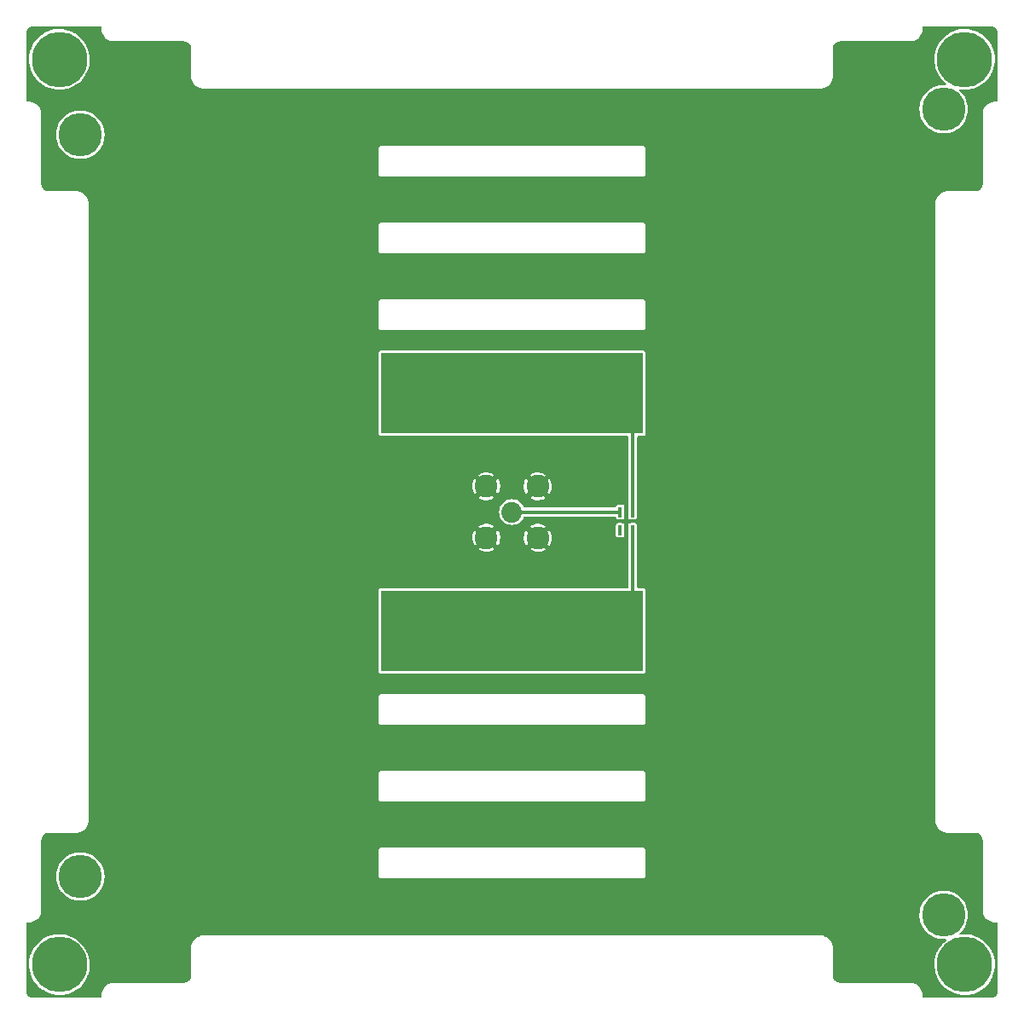
<source format=gbl>
G04 #@! TF.GenerationSoftware,KiCad,Pcbnew,(6.0.5-0)*
G04 #@! TF.CreationDate,2022-12-31T05:29:50-05:00*
G04 #@! TF.ProjectId,antenna-pcb,616e7465-6e6e-4612-9d70-63622e6b6963,rev?*
G04 #@! TF.SameCoordinates,Original*
G04 #@! TF.FileFunction,Copper,L2,Bot*
G04 #@! TF.FilePolarity,Positive*
%FSLAX46Y46*%
G04 Gerber Fmt 4.6, Leading zero omitted, Abs format (unit mm)*
G04 Created by KiCad (PCBNEW (6.0.5-0)) date 2022-12-31 05:29:50*
%MOMM*%
%LPD*%
G01*
G04 APERTURE LIST*
G04 #@! TA.AperFunction,ComponentPad*
%ADD10C,5.500000*%
G04 #@! TD*
G04 #@! TA.AperFunction,ComponentPad*
%ADD11C,4.300000*%
G04 #@! TD*
G04 #@! TA.AperFunction,ComponentPad*
%ADD12C,2.050000*%
G04 #@! TD*
G04 #@! TA.AperFunction,ComponentPad*
%ADD13C,2.250000*%
G04 #@! TD*
G04 #@! TA.AperFunction,SMDPad,CuDef*
%ADD14R,26.000000X8.000000*%
G04 #@! TD*
G04 #@! TA.AperFunction,SMDPad,CuDef*
%ADD15R,2.000000X8.000000*%
G04 #@! TD*
G04 #@! TA.AperFunction,SMDPad,CuDef*
%ADD16R,0.350000X1.000000*%
G04 #@! TD*
G04 #@! TA.AperFunction,ViaPad*
%ADD17C,0.800000*%
G04 #@! TD*
G04 #@! TA.AperFunction,Conductor*
%ADD18C,0.350000*%
G04 #@! TD*
G04 APERTURE END LIST*
D10*
G04 #@! TO.P,H4,1*
G04 #@! TO.N,N/C*
X163450000Y-143450000D03*
G04 #@! TD*
D11*
G04 #@! TO.P,H6,1*
G04 #@! TO.N,N/C*
X161364000Y-58495000D03*
G04 #@! TD*
D10*
G04 #@! TO.P,H1,1*
G04 #@! TO.N,N/C*
X73550000Y-53550000D03*
G04 #@! TD*
D11*
G04 #@! TO.P,H8,1*
G04 #@! TO.N,N/C*
X161364000Y-138505000D03*
G04 #@! TD*
G04 #@! TO.P,H7,1*
G04 #@! TO.N,N/C*
X75639000Y-134695000D03*
G04 #@! TD*
G04 #@! TO.P,H5,1*
G04 #@! TO.N,N/C*
X75639000Y-61035000D03*
G04 #@! TD*
D10*
G04 #@! TO.P,H3,1*
G04 #@! TO.N,N/C*
X73550000Y-143450000D03*
G04 #@! TD*
G04 #@! TO.P,H2,1*
G04 #@! TO.N,N/C*
X163450000Y-53550000D03*
G04 #@! TD*
D12*
G04 #@! TO.P,J1,1,In*
G04 #@! TO.N,Net-(U1-Pad1)*
X118500000Y-98500000D03*
D13*
G04 #@! TO.P,J1,2,Ext*
G04 #@! TO.N,GND*
X115950000Y-95950000D03*
X121050000Y-101050000D03*
X115950000Y-101050000D03*
X121050000Y-95950000D03*
G04 #@! TD*
D14*
G04 #@! TO.P,AE1,1*
G04 #@! TO.N,Net-(U1-Pad3)*
X118500000Y-86700000D03*
D15*
X130500000Y-86700000D03*
D14*
G04 #@! TO.P,AE1,2*
G04 #@! TO.N,Net-(U1-Pad4)*
X118500000Y-110300000D03*
D15*
X130500000Y-110300000D03*
G04 #@! TD*
D16*
G04 #@! TO.P,U1,1,Balanced_Port*
G04 #@! TO.N,Net-(U1-Pad1)*
X129200000Y-98500000D03*
G04 #@! TO.P,U1,2,GND*
G04 #@! TO.N,GND*
X129850000Y-98500000D03*
G04 #@! TO.P,U1,3,Balanced_Port*
G04 #@! TO.N,Net-(U1-Pad3)*
X130500000Y-98500000D03*
G04 #@! TO.P,U1,4,Balanced_Port*
G04 #@! TO.N,Net-(U1-Pad4)*
X130500000Y-100300000D03*
G04 #@! TO.P,U1,5,GND*
G04 #@! TO.N,GND*
X129850000Y-100300000D03*
G04 #@! TO.P,U1,6,NC*
G04 #@! TO.N,unconnected-(U1-Pad6)*
X129200000Y-100300000D03*
G04 #@! TD*
D17*
G04 #@! TO.N,GND*
X136950000Y-95250000D03*
X127950000Y-96300000D03*
X127150000Y-91950000D03*
X119300000Y-81450000D03*
X137400000Y-107950000D03*
X104050000Y-108950000D03*
X133150000Y-102150000D03*
X129100000Y-81450000D03*
X125350000Y-93350000D03*
X133300000Y-95050000D03*
X97750000Y-97750000D03*
X102050000Y-113950000D03*
X101700000Y-104300000D03*
X127200000Y-100450000D03*
X111650000Y-99600000D03*
X123650000Y-100500000D03*
X133450000Y-97350000D03*
X110000000Y-115550000D03*
X135250000Y-106900000D03*
X115650000Y-91950000D03*
X113700000Y-115550000D03*
X104950000Y-100350000D03*
X104950000Y-96650000D03*
X104200000Y-114950000D03*
X108050000Y-91900000D03*
X108300000Y-98300000D03*
X103850000Y-86450000D03*
X120300000Y-93550000D03*
X113450000Y-102300000D03*
X113450000Y-98500000D03*
X137400000Y-110000000D03*
X108300000Y-101800000D03*
X103950000Y-106400000D03*
X97600000Y-96200000D03*
X133300000Y-109750000D03*
X133350000Y-113350000D03*
X119450000Y-91950000D03*
X127450000Y-115550000D03*
X121150000Y-115550000D03*
X117750000Y-91950000D03*
X108150000Y-94100000D03*
X133000000Y-87550000D03*
X136900000Y-103100000D03*
X108400000Y-104050000D03*
X97800000Y-99800000D03*
X106650000Y-103100000D03*
X136850000Y-90550000D03*
X114700000Y-103450000D03*
X139000000Y-98400000D03*
X104800000Y-94350000D03*
X99500000Y-90650000D03*
X117650000Y-115550000D03*
X123700000Y-96550000D03*
X98000000Y-107050000D03*
X104950000Y-102050000D03*
X99800000Y-103250000D03*
X103400000Y-101400000D03*
X111500000Y-93600000D03*
X125350000Y-115550000D03*
X101500000Y-87150000D03*
X133250000Y-111800000D03*
X101700000Y-96350000D03*
X135450000Y-113300000D03*
X109900000Y-95000000D03*
X104200000Y-113150000D03*
X108300000Y-115550000D03*
X103600000Y-81600000D03*
X99850000Y-93050000D03*
X125250000Y-103450000D03*
X123650000Y-94450000D03*
X130950000Y-115550000D03*
X106200000Y-115550000D03*
X139250000Y-106600000D03*
X118500000Y-93550000D03*
X102050000Y-112250000D03*
X108300000Y-96400000D03*
X136950000Y-92900000D03*
X104950000Y-98550000D03*
X114700000Y-93550000D03*
X135050000Y-94200000D03*
X97500000Y-89550000D03*
X118500000Y-95750000D03*
X121100000Y-81450000D03*
X135250000Y-109000000D03*
X101400000Y-84850000D03*
X104700000Y-91800000D03*
X99350000Y-88200000D03*
X109950000Y-81450000D03*
X110000000Y-102650000D03*
X109900000Y-96900000D03*
X97500000Y-94650000D03*
X123700000Y-102400000D03*
X123600000Y-104850000D03*
X136800000Y-87750000D03*
X109750000Y-92700000D03*
X133300000Y-92700000D03*
X111750000Y-81450000D03*
X111750000Y-103550000D03*
X113050000Y-91900000D03*
X104200000Y-111250000D03*
X115750000Y-104800000D03*
X138950000Y-94000000D03*
X120300000Y-103450000D03*
X113400000Y-104800000D03*
X136700000Y-85200000D03*
X101500000Y-91650000D03*
X133150000Y-104150000D03*
X106150000Y-81450000D03*
X99900000Y-105600000D03*
X106550000Y-95450000D03*
X106550000Y-97350000D03*
X113450000Y-100200000D03*
X134850000Y-86400000D03*
X127150000Y-102250000D03*
X103250000Y-95400000D03*
X133400000Y-107700000D03*
X135050000Y-99800000D03*
X101750000Y-94100000D03*
X138950000Y-96350000D03*
X136950000Y-99050000D03*
X133250000Y-90650000D03*
X135000000Y-102050000D03*
X127150000Y-94650000D03*
X109900000Y-98700000D03*
X113450000Y-96700000D03*
X108250000Y-81450000D03*
X136950000Y-100850000D03*
X139250000Y-103950000D03*
X103300000Y-103350000D03*
X113450000Y-94800000D03*
X121350000Y-104800000D03*
X111650000Y-101300000D03*
X135050000Y-96300000D03*
X106550000Y-100850000D03*
X111800000Y-115550000D03*
X125450000Y-95800000D03*
X123000000Y-81450000D03*
X99950000Y-108400000D03*
X100050000Y-110950000D03*
X113650000Y-81450000D03*
X122200000Y-103450000D03*
X105050000Y-104300000D03*
X116800000Y-103450000D03*
X119350000Y-115550000D03*
X106550000Y-99150000D03*
X135350000Y-111300000D03*
X119550000Y-104800000D03*
X118500000Y-100850000D03*
X101800000Y-107000000D03*
X138800000Y-91700000D03*
X130900000Y-81450000D03*
X99800000Y-98800000D03*
X101900000Y-109750000D03*
X97950000Y-104450000D03*
X99800000Y-95300000D03*
X134700000Y-83900000D03*
X136950000Y-97350000D03*
X139250000Y-101500000D03*
X133500000Y-114900000D03*
X111650000Y-95900000D03*
X123650000Y-91900000D03*
X133100000Y-89100000D03*
X97800000Y-102150000D03*
X103850000Y-90150000D03*
X103400000Y-99600000D03*
X133000000Y-82450000D03*
X97500000Y-92200000D03*
X108300000Y-100100000D03*
X109900000Y-100400000D03*
X103850000Y-88350000D03*
X127150000Y-104750000D03*
X135050000Y-98000000D03*
X127400000Y-81450000D03*
X103700000Y-84150000D03*
X99800000Y-97100000D03*
X101700000Y-99850000D03*
X101700000Y-98150000D03*
X115500000Y-81450000D03*
X99800000Y-100900000D03*
X137250000Y-105500000D03*
X101700000Y-101950000D03*
X115700000Y-98500000D03*
X139150000Y-99950000D03*
X101500000Y-89250000D03*
X134950000Y-89150000D03*
X125500000Y-100850000D03*
X106400000Y-93150000D03*
X133150000Y-99500000D03*
X103150000Y-92850000D03*
X133000000Y-85100000D03*
X129150000Y-115550000D03*
X117600000Y-81450000D03*
X118500000Y-103450000D03*
X116800000Y-93550000D03*
X103400000Y-97700000D03*
X117850000Y-104800000D03*
X138750000Y-89100000D03*
X133250000Y-106150000D03*
X125300000Y-81450000D03*
X122200000Y-93550000D03*
X99350000Y-86150000D03*
X110200000Y-104900000D03*
X123050000Y-115550000D03*
X101300000Y-82850000D03*
X115550000Y-115550000D03*
X111650000Y-97800000D03*
X135250000Y-104500000D03*
X135050000Y-91850000D03*
X121250000Y-91950000D03*
G04 #@! TD*
D18*
G04 #@! TO.N,Net-(U1-Pad1)*
X129200000Y-98500000D02*
X118500000Y-98500000D01*
G04 #@! TO.N,Net-(U1-Pad3)*
X130500000Y-86700000D02*
X130500000Y-98500000D01*
G04 #@! TO.N,Net-(U1-Pad4)*
X130500000Y-100300000D02*
X130500000Y-110300000D01*
G04 #@! TD*
G04 #@! TA.AperFunction,Conductor*
G04 #@! TO.N,GND*
G36*
X77704031Y-50273713D02*
G01*
X77740576Y-50324013D01*
X77745500Y-50355100D01*
X77745500Y-50465025D01*
X77743567Y-50484650D01*
X77740514Y-50500000D01*
X77742346Y-50509209D01*
X77742447Y-50510492D01*
X77742447Y-50512490D01*
X77742811Y-50515123D01*
X77757114Y-50696854D01*
X77758037Y-50700700D01*
X77758038Y-50700704D01*
X77772890Y-50762565D01*
X77803210Y-50888860D01*
X77804723Y-50892512D01*
X77804724Y-50892516D01*
X77855604Y-51015350D01*
X77878776Y-51071292D01*
X77981950Y-51239657D01*
X78110192Y-51389808D01*
X78260343Y-51518050D01*
X78428708Y-51621224D01*
X78432357Y-51622735D01*
X78432356Y-51622735D01*
X78607484Y-51695276D01*
X78607488Y-51695277D01*
X78611140Y-51696790D01*
X78707143Y-51719838D01*
X78799296Y-51741962D01*
X78799300Y-51741963D01*
X78803146Y-51742886D01*
X78984877Y-51757189D01*
X78987510Y-51757553D01*
X78989508Y-51757553D01*
X78990791Y-51757654D01*
X79000000Y-51759486D01*
X79009718Y-51757553D01*
X79009719Y-51757553D01*
X79015350Y-51756433D01*
X79034975Y-51754500D01*
X85865025Y-51754500D01*
X85884650Y-51756433D01*
X85890281Y-51757553D01*
X85890282Y-51757553D01*
X85900000Y-51759486D01*
X85909717Y-51757553D01*
X85919627Y-51757553D01*
X85919627Y-51758202D01*
X85931616Y-51757614D01*
X86035582Y-51767854D01*
X86054923Y-51771702D01*
X86175806Y-51808371D01*
X86194026Y-51815918D01*
X86305440Y-51875470D01*
X86321838Y-51886426D01*
X86419489Y-51966566D01*
X86433434Y-51980511D01*
X86513574Y-52078162D01*
X86524530Y-52094560D01*
X86584082Y-52205974D01*
X86591629Y-52224194D01*
X86628298Y-52345077D01*
X86632146Y-52364418D01*
X86642386Y-52468384D01*
X86641798Y-52480373D01*
X86642447Y-52480373D01*
X86642447Y-52490283D01*
X86640514Y-52500000D01*
X86642447Y-52509718D01*
X86642447Y-52509719D01*
X86643567Y-52515350D01*
X86645500Y-52534975D01*
X86645500Y-55165025D01*
X86643567Y-55184650D01*
X86640514Y-55200000D01*
X86642346Y-55209209D01*
X86642447Y-55210492D01*
X86642447Y-55212490D01*
X86642811Y-55215123D01*
X86657114Y-55396854D01*
X86703210Y-55588860D01*
X86704723Y-55592512D01*
X86704724Y-55592516D01*
X86760491Y-55727148D01*
X86778776Y-55771292D01*
X86881950Y-55939657D01*
X87010192Y-56089808D01*
X87160343Y-56218050D01*
X87328708Y-56321224D01*
X87332357Y-56322735D01*
X87332356Y-56322735D01*
X87507484Y-56395276D01*
X87507488Y-56395277D01*
X87511140Y-56396790D01*
X87607143Y-56419838D01*
X87699296Y-56441962D01*
X87699300Y-56441963D01*
X87703146Y-56442886D01*
X87884877Y-56457189D01*
X87887510Y-56457553D01*
X87889508Y-56457553D01*
X87890791Y-56457654D01*
X87900000Y-56459486D01*
X87909718Y-56457553D01*
X87909719Y-56457553D01*
X87915350Y-56456433D01*
X87934975Y-56454500D01*
X149065025Y-56454500D01*
X149084650Y-56456433D01*
X149090281Y-56457553D01*
X149090282Y-56457553D01*
X149100000Y-56459486D01*
X149109209Y-56457654D01*
X149110492Y-56457553D01*
X149112490Y-56457553D01*
X149115123Y-56457189D01*
X149296854Y-56442886D01*
X149300700Y-56441963D01*
X149300704Y-56441962D01*
X149392857Y-56419838D01*
X149488860Y-56396790D01*
X149492512Y-56395277D01*
X149492516Y-56395276D01*
X149667644Y-56322735D01*
X149667643Y-56322735D01*
X149671292Y-56321224D01*
X149839657Y-56218050D01*
X149989808Y-56089808D01*
X150118050Y-55939657D01*
X150221224Y-55771292D01*
X150239509Y-55727148D01*
X150295276Y-55592516D01*
X150295277Y-55592512D01*
X150296790Y-55588860D01*
X150342886Y-55396854D01*
X150357189Y-55215123D01*
X150357553Y-55212490D01*
X150357553Y-55210492D01*
X150357654Y-55209209D01*
X150359486Y-55200000D01*
X150356433Y-55184650D01*
X150354500Y-55165025D01*
X150354500Y-52534975D01*
X150356433Y-52515350D01*
X150357553Y-52509719D01*
X150357553Y-52509718D01*
X150359486Y-52500000D01*
X150357553Y-52490283D01*
X150357553Y-52480373D01*
X150358202Y-52480373D01*
X150357614Y-52468384D01*
X150367854Y-52364418D01*
X150371702Y-52345077D01*
X150408371Y-52224194D01*
X150415918Y-52205974D01*
X150475470Y-52094560D01*
X150486426Y-52078162D01*
X150566566Y-51980511D01*
X150580511Y-51966566D01*
X150678162Y-51886426D01*
X150694560Y-51875470D01*
X150805974Y-51815918D01*
X150824194Y-51808371D01*
X150945077Y-51771702D01*
X150964418Y-51767854D01*
X151068384Y-51757614D01*
X151080373Y-51758202D01*
X151080373Y-51757553D01*
X151090283Y-51757553D01*
X151100000Y-51759486D01*
X151109718Y-51757553D01*
X151109719Y-51757553D01*
X151115350Y-51756433D01*
X151134975Y-51754500D01*
X157965025Y-51754500D01*
X157984650Y-51756433D01*
X157990281Y-51757553D01*
X157990282Y-51757553D01*
X158000000Y-51759486D01*
X158009209Y-51757654D01*
X158010492Y-51757553D01*
X158012490Y-51757553D01*
X158015123Y-51757189D01*
X158196854Y-51742886D01*
X158200700Y-51741963D01*
X158200704Y-51741962D01*
X158292857Y-51719838D01*
X158388860Y-51696790D01*
X158392512Y-51695277D01*
X158392516Y-51695276D01*
X158567644Y-51622735D01*
X158567643Y-51622735D01*
X158571292Y-51621224D01*
X158739657Y-51518050D01*
X158889808Y-51389808D01*
X159018050Y-51239657D01*
X159121224Y-51071292D01*
X159144396Y-51015350D01*
X159195276Y-50892516D01*
X159195277Y-50892512D01*
X159196790Y-50888860D01*
X159227110Y-50762565D01*
X159241962Y-50700704D01*
X159241963Y-50700700D01*
X159242886Y-50696854D01*
X159257189Y-50515123D01*
X159257553Y-50512490D01*
X159257553Y-50510492D01*
X159257654Y-50509209D01*
X159259486Y-50500000D01*
X159256433Y-50484650D01*
X159254500Y-50465025D01*
X159254500Y-50355100D01*
X159273713Y-50295969D01*
X159324013Y-50259424D01*
X159355100Y-50254500D01*
X165965025Y-50254500D01*
X165984650Y-50256433D01*
X165990281Y-50257553D01*
X165990282Y-50257553D01*
X166000000Y-50259486D01*
X166009717Y-50257553D01*
X166019627Y-50257553D01*
X166019627Y-50258202D01*
X166031616Y-50257614D01*
X166135582Y-50267854D01*
X166154923Y-50271702D01*
X166275806Y-50308371D01*
X166294026Y-50315918D01*
X166405440Y-50375470D01*
X166421838Y-50386426D01*
X166519489Y-50466566D01*
X166533432Y-50480509D01*
X166541452Y-50490281D01*
X166613574Y-50578162D01*
X166624530Y-50594560D01*
X166684082Y-50705974D01*
X166691629Y-50724194D01*
X166728298Y-50845077D01*
X166732146Y-50864418D01*
X166742386Y-50968384D01*
X166741798Y-50980373D01*
X166742447Y-50980373D01*
X166742447Y-50990283D01*
X166740514Y-51000000D01*
X166742447Y-51009718D01*
X166742447Y-51009719D01*
X166743567Y-51015350D01*
X166745500Y-51034975D01*
X166745500Y-57644900D01*
X166726287Y-57704031D01*
X166675987Y-57740576D01*
X166644900Y-57745500D01*
X166534975Y-57745500D01*
X166515350Y-57743567D01*
X166509719Y-57742447D01*
X166509718Y-57742447D01*
X166500000Y-57740514D01*
X166490791Y-57742346D01*
X166489508Y-57742447D01*
X166487510Y-57742447D01*
X166484877Y-57742811D01*
X166303146Y-57757114D01*
X166299300Y-57758037D01*
X166299296Y-57758038D01*
X166207143Y-57780162D01*
X166111140Y-57803210D01*
X166107488Y-57804723D01*
X166107484Y-57804724D01*
X165955058Y-57867861D01*
X165928708Y-57878776D01*
X165760343Y-57981950D01*
X165610192Y-58110192D01*
X165481950Y-58260343D01*
X165378776Y-58428708D01*
X165303210Y-58611140D01*
X165302286Y-58614990D01*
X165259358Y-58793800D01*
X165257114Y-58803146D01*
X165242941Y-58983235D01*
X165242812Y-58984873D01*
X165242447Y-58987510D01*
X165242447Y-58989508D01*
X165242346Y-58990791D01*
X165240514Y-59000000D01*
X165242447Y-59009718D01*
X165242447Y-59009719D01*
X165243567Y-59015350D01*
X165245500Y-59034975D01*
X165245500Y-65865025D01*
X165243567Y-65884650D01*
X165240514Y-65900000D01*
X165242447Y-65909717D01*
X165242447Y-65919627D01*
X165241798Y-65919627D01*
X165242386Y-65931616D01*
X165232146Y-66035582D01*
X165228298Y-66054923D01*
X165191629Y-66175806D01*
X165184082Y-66194026D01*
X165124530Y-66305440D01*
X165113574Y-66321838D01*
X165033434Y-66419489D01*
X165019489Y-66433434D01*
X164921838Y-66513574D01*
X164905440Y-66524530D01*
X164794026Y-66584082D01*
X164775806Y-66591629D01*
X164654923Y-66628298D01*
X164635582Y-66632146D01*
X164531616Y-66642386D01*
X164519627Y-66641798D01*
X164519627Y-66642447D01*
X164509717Y-66642447D01*
X164500000Y-66640514D01*
X164490282Y-66642447D01*
X164490281Y-66642447D01*
X164484650Y-66643567D01*
X164465025Y-66645500D01*
X161834975Y-66645500D01*
X161815350Y-66643567D01*
X161809719Y-66642447D01*
X161809718Y-66642447D01*
X161800000Y-66640514D01*
X161790791Y-66642346D01*
X161789508Y-66642447D01*
X161787510Y-66642447D01*
X161784877Y-66642811D01*
X161603146Y-66657114D01*
X161599300Y-66658037D01*
X161599296Y-66658038D01*
X161507143Y-66680162D01*
X161411140Y-66703210D01*
X161407488Y-66704723D01*
X161407484Y-66704724D01*
X161255058Y-66767861D01*
X161228708Y-66778776D01*
X161060343Y-66881950D01*
X160910192Y-67010192D01*
X160781950Y-67160343D01*
X160678776Y-67328708D01*
X160603210Y-67511140D01*
X160557114Y-67703146D01*
X160556804Y-67707089D01*
X160542812Y-67884873D01*
X160542447Y-67887510D01*
X160542447Y-67889508D01*
X160542346Y-67890791D01*
X160540514Y-67900000D01*
X160542447Y-67909718D01*
X160542447Y-67909719D01*
X160543567Y-67915350D01*
X160545500Y-67934975D01*
X160545500Y-129065025D01*
X160543567Y-129084650D01*
X160540514Y-129100000D01*
X160542346Y-129109209D01*
X160542447Y-129110492D01*
X160542447Y-129112490D01*
X160542811Y-129115123D01*
X160557114Y-129296854D01*
X160603210Y-129488860D01*
X160678776Y-129671292D01*
X160781950Y-129839657D01*
X160910192Y-129989808D01*
X161060343Y-130118050D01*
X161228708Y-130221224D01*
X161232357Y-130222735D01*
X161232356Y-130222735D01*
X161407484Y-130295276D01*
X161407488Y-130295277D01*
X161411140Y-130296790D01*
X161507143Y-130319838D01*
X161599296Y-130341962D01*
X161599300Y-130341963D01*
X161603146Y-130342886D01*
X161784877Y-130357189D01*
X161787510Y-130357553D01*
X161789508Y-130357553D01*
X161790791Y-130357654D01*
X161800000Y-130359486D01*
X161809718Y-130357553D01*
X161809719Y-130357553D01*
X161815350Y-130356433D01*
X161834975Y-130354500D01*
X164465025Y-130354500D01*
X164484650Y-130356433D01*
X164490281Y-130357553D01*
X164490282Y-130357553D01*
X164500000Y-130359486D01*
X164509717Y-130357553D01*
X164519627Y-130357553D01*
X164519627Y-130358202D01*
X164531616Y-130357614D01*
X164635582Y-130367854D01*
X164654923Y-130371702D01*
X164775806Y-130408371D01*
X164794026Y-130415918D01*
X164905440Y-130475470D01*
X164921838Y-130486426D01*
X165019489Y-130566566D01*
X165033434Y-130580511D01*
X165113574Y-130678162D01*
X165124530Y-130694560D01*
X165184082Y-130805974D01*
X165191629Y-130824194D01*
X165228298Y-130945077D01*
X165232146Y-130964418D01*
X165242386Y-131068384D01*
X165241798Y-131080373D01*
X165242447Y-131080373D01*
X165242447Y-131090283D01*
X165240514Y-131100000D01*
X165242447Y-131109718D01*
X165242447Y-131109719D01*
X165243567Y-131115350D01*
X165245500Y-131134975D01*
X165245500Y-137965025D01*
X165243567Y-137984650D01*
X165240514Y-138000000D01*
X165242346Y-138009209D01*
X165242447Y-138010492D01*
X165242447Y-138012490D01*
X165242811Y-138015123D01*
X165257114Y-138196854D01*
X165258037Y-138200700D01*
X165258038Y-138200704D01*
X165278345Y-138285290D01*
X165303210Y-138388860D01*
X165378776Y-138571292D01*
X165481950Y-138739657D01*
X165610192Y-138889808D01*
X165760343Y-139018050D01*
X165928708Y-139121224D01*
X165932357Y-139122735D01*
X165932356Y-139122735D01*
X166107484Y-139195276D01*
X166107488Y-139195277D01*
X166111140Y-139196790D01*
X166207143Y-139219838D01*
X166299296Y-139241962D01*
X166299300Y-139241963D01*
X166303146Y-139242886D01*
X166484877Y-139257189D01*
X166487510Y-139257553D01*
X166489508Y-139257553D01*
X166490791Y-139257654D01*
X166500000Y-139259486D01*
X166509718Y-139257553D01*
X166509719Y-139257553D01*
X166515350Y-139256433D01*
X166534975Y-139254500D01*
X166644900Y-139254500D01*
X166704031Y-139273713D01*
X166740576Y-139324013D01*
X166745500Y-139355100D01*
X166745500Y-145965025D01*
X166743567Y-145984650D01*
X166740514Y-146000000D01*
X166742447Y-146009717D01*
X166742447Y-146019627D01*
X166741798Y-146019627D01*
X166742386Y-146031616D01*
X166732146Y-146135582D01*
X166728298Y-146154923D01*
X166691629Y-146275806D01*
X166684082Y-146294026D01*
X166624530Y-146405440D01*
X166613574Y-146421838D01*
X166601905Y-146436057D01*
X166536831Y-146515350D01*
X166533434Y-146519489D01*
X166519489Y-146533434D01*
X166421838Y-146613574D01*
X166405440Y-146624530D01*
X166294026Y-146684082D01*
X166275806Y-146691629D01*
X166154923Y-146728298D01*
X166135582Y-146732146D01*
X166031616Y-146742386D01*
X166019627Y-146741798D01*
X166019627Y-146742447D01*
X166009717Y-146742447D01*
X166000000Y-146740514D01*
X165990282Y-146742447D01*
X165990281Y-146742447D01*
X165984650Y-146743567D01*
X165965025Y-146745500D01*
X159355100Y-146745500D01*
X159295969Y-146726287D01*
X159259424Y-146675987D01*
X159254500Y-146644900D01*
X159254500Y-146534975D01*
X159256433Y-146515350D01*
X159257553Y-146509719D01*
X159257553Y-146509718D01*
X159259486Y-146500000D01*
X159257654Y-146490791D01*
X159257553Y-146489508D01*
X159257553Y-146487510D01*
X159257188Y-146484873D01*
X159257059Y-146483235D01*
X159242886Y-146303146D01*
X159240256Y-146292188D01*
X159207301Y-146154923D01*
X159196790Y-146111140D01*
X159157699Y-146016765D01*
X159122735Y-145932356D01*
X159121224Y-145928708D01*
X159018050Y-145760343D01*
X158889808Y-145610192D01*
X158739657Y-145481950D01*
X158571292Y-145378776D01*
X158544942Y-145367861D01*
X158392516Y-145304724D01*
X158392512Y-145304723D01*
X158388860Y-145303210D01*
X158292857Y-145280162D01*
X158200704Y-145258038D01*
X158200700Y-145258037D01*
X158196854Y-145257114D01*
X158015123Y-145242811D01*
X158012490Y-145242447D01*
X158010492Y-145242447D01*
X158009209Y-145242346D01*
X158000000Y-145240514D01*
X157990282Y-145242447D01*
X157990281Y-145242447D01*
X157984650Y-145243567D01*
X157965025Y-145245500D01*
X151134975Y-145245500D01*
X151115350Y-145243567D01*
X151109719Y-145242447D01*
X151109718Y-145242447D01*
X151100000Y-145240514D01*
X151090283Y-145242447D01*
X151080373Y-145242447D01*
X151080373Y-145241798D01*
X151068384Y-145242386D01*
X150964418Y-145232146D01*
X150945077Y-145228298D01*
X150824194Y-145191629D01*
X150805974Y-145184082D01*
X150694560Y-145124530D01*
X150678162Y-145113574D01*
X150580511Y-145033434D01*
X150566566Y-145019489D01*
X150486426Y-144921838D01*
X150475470Y-144905440D01*
X150415918Y-144794026D01*
X150408371Y-144775806D01*
X150371702Y-144654923D01*
X150367854Y-144635582D01*
X150357614Y-144531616D01*
X150358202Y-144519627D01*
X150357553Y-144519627D01*
X150357553Y-144509717D01*
X150359486Y-144500000D01*
X150356433Y-144484650D01*
X150354500Y-144465025D01*
X150354500Y-141834975D01*
X150356433Y-141815350D01*
X150357553Y-141809719D01*
X150357553Y-141809718D01*
X150359486Y-141800000D01*
X150357654Y-141790791D01*
X150357553Y-141789508D01*
X150357553Y-141787510D01*
X150357188Y-141784873D01*
X150357059Y-141783235D01*
X150342886Y-141603146D01*
X150296790Y-141411140D01*
X150221224Y-141228708D01*
X150134353Y-141086947D01*
X150120114Y-141063711D01*
X150120113Y-141063710D01*
X150118050Y-141060343D01*
X149989808Y-140910192D01*
X149839657Y-140781950D01*
X149671292Y-140678776D01*
X149644942Y-140667861D01*
X149492516Y-140604724D01*
X149492512Y-140604723D01*
X149488860Y-140603210D01*
X149384376Y-140578126D01*
X149300704Y-140558038D01*
X149300700Y-140558037D01*
X149296854Y-140557114D01*
X149115123Y-140542811D01*
X149112490Y-140542447D01*
X149110492Y-140542447D01*
X149109209Y-140542346D01*
X149100000Y-140540514D01*
X149090282Y-140542447D01*
X149090281Y-140542447D01*
X149084650Y-140543567D01*
X149065025Y-140545500D01*
X87934975Y-140545500D01*
X87915350Y-140543567D01*
X87909719Y-140542447D01*
X87909718Y-140542447D01*
X87900000Y-140540514D01*
X87890791Y-140542346D01*
X87889508Y-140542447D01*
X87887510Y-140542447D01*
X87884877Y-140542811D01*
X87703146Y-140557114D01*
X87699300Y-140558037D01*
X87699296Y-140558038D01*
X87615624Y-140578126D01*
X87511140Y-140603210D01*
X87507488Y-140604723D01*
X87507484Y-140604724D01*
X87355058Y-140667861D01*
X87328708Y-140678776D01*
X87160343Y-140781950D01*
X87010192Y-140910192D01*
X86881950Y-141060343D01*
X86879887Y-141063710D01*
X86879886Y-141063711D01*
X86865647Y-141086947D01*
X86778776Y-141228708D01*
X86703210Y-141411140D01*
X86657114Y-141603146D01*
X86642941Y-141783235D01*
X86642812Y-141784873D01*
X86642447Y-141787510D01*
X86642447Y-141789508D01*
X86642346Y-141790791D01*
X86640514Y-141800000D01*
X86642447Y-141809718D01*
X86642447Y-141809719D01*
X86643567Y-141815350D01*
X86645500Y-141834975D01*
X86645500Y-144465025D01*
X86643567Y-144484650D01*
X86640514Y-144500000D01*
X86642447Y-144509717D01*
X86642447Y-144519627D01*
X86641798Y-144519627D01*
X86642386Y-144531616D01*
X86632146Y-144635582D01*
X86628298Y-144654923D01*
X86591629Y-144775806D01*
X86584082Y-144794026D01*
X86524530Y-144905440D01*
X86513574Y-144921838D01*
X86433434Y-145019489D01*
X86419489Y-145033434D01*
X86321838Y-145113574D01*
X86305440Y-145124530D01*
X86194026Y-145184082D01*
X86175806Y-145191629D01*
X86054923Y-145228298D01*
X86035582Y-145232146D01*
X85931616Y-145242386D01*
X85919627Y-145241798D01*
X85919627Y-145242447D01*
X85909717Y-145242447D01*
X85900000Y-145240514D01*
X85890282Y-145242447D01*
X85890281Y-145242447D01*
X85884650Y-145243567D01*
X85865025Y-145245500D01*
X79034975Y-145245500D01*
X79015350Y-145243567D01*
X79009719Y-145242447D01*
X79009718Y-145242447D01*
X79000000Y-145240514D01*
X78990791Y-145242346D01*
X78989508Y-145242447D01*
X78987510Y-145242447D01*
X78984877Y-145242811D01*
X78803146Y-145257114D01*
X78799300Y-145258037D01*
X78799296Y-145258038D01*
X78707143Y-145280162D01*
X78611140Y-145303210D01*
X78607488Y-145304723D01*
X78607484Y-145304724D01*
X78455058Y-145367861D01*
X78428708Y-145378776D01*
X78260343Y-145481950D01*
X78110192Y-145610192D01*
X77981950Y-145760343D01*
X77878776Y-145928708D01*
X77877265Y-145932356D01*
X77842302Y-146016765D01*
X77803210Y-146111140D01*
X77792699Y-146154923D01*
X77759745Y-146292188D01*
X77757114Y-146303146D01*
X77742941Y-146483235D01*
X77742812Y-146484873D01*
X77742447Y-146487510D01*
X77742447Y-146489508D01*
X77742346Y-146490791D01*
X77740514Y-146500000D01*
X77742447Y-146509718D01*
X77742447Y-146509719D01*
X77743567Y-146515350D01*
X77745500Y-146534975D01*
X77745500Y-146644900D01*
X77726287Y-146704031D01*
X77675987Y-146740576D01*
X77644900Y-146745500D01*
X71034975Y-146745500D01*
X71015350Y-146743567D01*
X71009719Y-146742447D01*
X71009718Y-146742447D01*
X71000000Y-146740514D01*
X70990283Y-146742447D01*
X70980373Y-146742447D01*
X70980373Y-146741798D01*
X70968384Y-146742386D01*
X70864418Y-146732146D01*
X70845077Y-146728298D01*
X70724194Y-146691629D01*
X70705974Y-146684082D01*
X70594560Y-146624530D01*
X70578162Y-146613574D01*
X70480511Y-146533434D01*
X70466566Y-146519489D01*
X70463170Y-146515350D01*
X70398095Y-146436057D01*
X70386426Y-146421838D01*
X70375470Y-146405440D01*
X70315918Y-146294026D01*
X70308371Y-146275806D01*
X70271702Y-146154923D01*
X70267854Y-146135582D01*
X70257614Y-146031616D01*
X70258202Y-146019627D01*
X70257553Y-146019627D01*
X70257553Y-146009717D01*
X70259486Y-146000000D01*
X70256433Y-145984650D01*
X70254500Y-145965025D01*
X70254500Y-143355466D01*
X70541893Y-143355466D01*
X70550963Y-143701836D01*
X70599784Y-144044868D01*
X70600521Y-144047678D01*
X70600522Y-144047682D01*
X70671929Y-144319868D01*
X70687708Y-144380015D01*
X70813570Y-144702835D01*
X70975703Y-145009050D01*
X71171956Y-145294600D01*
X71173860Y-145296783D01*
X71173865Y-145296789D01*
X71358103Y-145507984D01*
X71399729Y-145555701D01*
X71656002Y-145788892D01*
X71658347Y-145790577D01*
X71928428Y-145984650D01*
X71937380Y-145991083D01*
X72240132Y-146159592D01*
X72560246Y-146292188D01*
X72563031Y-146292981D01*
X72563033Y-146292982D01*
X72612557Y-146307089D01*
X72893478Y-146387111D01*
X73235412Y-146443105D01*
X73454757Y-146453449D01*
X73578608Y-146459290D01*
X73578610Y-146459290D01*
X73581516Y-146459427D01*
X73850539Y-146441086D01*
X73924313Y-146436057D01*
X73924314Y-146436057D01*
X73927202Y-146435860D01*
X73930048Y-146435332D01*
X73930052Y-146435332D01*
X74265030Y-146373248D01*
X74265035Y-146373247D01*
X74267888Y-146372718D01*
X74366544Y-146342367D01*
X74596302Y-146271685D01*
X74596310Y-146271682D01*
X74599060Y-146270836D01*
X74916326Y-146131566D01*
X75215483Y-145956753D01*
X75492564Y-145748714D01*
X75743898Y-145510207D01*
X75966153Y-145244394D01*
X76120745Y-145009050D01*
X76154797Y-144957211D01*
X76154800Y-144957207D01*
X76156383Y-144954796D01*
X76181207Y-144905440D01*
X76246406Y-144775806D01*
X76312067Y-144645253D01*
X76315606Y-144635582D01*
X76430146Y-144322588D01*
X76430148Y-144322582D01*
X76431141Y-144319868D01*
X76512027Y-143982953D01*
X76553653Y-143638974D01*
X76559592Y-143450000D01*
X76539647Y-143104086D01*
X76480075Y-142762757D01*
X76381667Y-142430537D01*
X76245727Y-142111830D01*
X76199304Y-142030441D01*
X76121329Y-141893738D01*
X76074056Y-141810859D01*
X75868930Y-141531614D01*
X75800205Y-141457656D01*
X75635047Y-141279925D01*
X75633069Y-141277796D01*
X75627281Y-141272852D01*
X75371809Y-141054659D01*
X75371807Y-141054657D01*
X75369597Y-141052770D01*
X75082007Y-140859518D01*
X75028936Y-140832126D01*
X74776681Y-140701927D01*
X74776674Y-140701924D01*
X74774111Y-140700601D01*
X74516374Y-140603210D01*
X74452701Y-140579150D01*
X74449991Y-140578126D01*
X74447180Y-140577420D01*
X74447177Y-140577419D01*
X74116761Y-140494424D01*
X74116755Y-140494423D01*
X74113941Y-140493716D01*
X74111059Y-140493337D01*
X74111056Y-140493336D01*
X73939201Y-140470711D01*
X73770417Y-140448490D01*
X73623172Y-140446177D01*
X73426866Y-140443093D01*
X73426858Y-140443093D01*
X73423971Y-140443048D01*
X73201087Y-140465295D01*
X73082069Y-140477174D01*
X73082065Y-140477175D01*
X73079196Y-140477461D01*
X72740661Y-140551274D01*
X72412853Y-140663507D01*
X72100118Y-140812674D01*
X72097668Y-140814211D01*
X71809056Y-140995257D01*
X71809052Y-140995260D01*
X71806600Y-140996798D01*
X71804342Y-140998607D01*
X71804335Y-140998612D01*
X71716695Y-141068825D01*
X71536190Y-141213437D01*
X71477394Y-141272852D01*
X71344165Y-141407484D01*
X71292472Y-141459721D01*
X71290685Y-141462000D01*
X71139699Y-141654560D01*
X71078676Y-141732385D01*
X71077165Y-141734850D01*
X71077162Y-141734855D01*
X70899149Y-142025346D01*
X70897636Y-142027815D01*
X70751752Y-142342095D01*
X70750840Y-142344852D01*
X70750839Y-142344855D01*
X70721582Y-142433319D01*
X70642957Y-142671060D01*
X70642369Y-142673899D01*
X70642368Y-142673903D01*
X70623375Y-142765620D01*
X70572694Y-143010350D01*
X70572437Y-143013234D01*
X70572436Y-143013238D01*
X70559169Y-143161898D01*
X70541893Y-143355466D01*
X70254500Y-143355466D01*
X70254500Y-139355100D01*
X70273713Y-139295969D01*
X70324013Y-139259424D01*
X70355100Y-139254500D01*
X70465025Y-139254500D01*
X70484650Y-139256433D01*
X70490281Y-139257553D01*
X70490282Y-139257553D01*
X70500000Y-139259486D01*
X70509209Y-139257654D01*
X70510492Y-139257553D01*
X70512490Y-139257553D01*
X70515123Y-139257189D01*
X70696854Y-139242886D01*
X70700700Y-139241963D01*
X70700704Y-139241962D01*
X70792857Y-139219838D01*
X70888860Y-139196790D01*
X70892512Y-139195277D01*
X70892516Y-139195276D01*
X71067644Y-139122735D01*
X71067643Y-139122735D01*
X71071292Y-139121224D01*
X71239657Y-139018050D01*
X71389808Y-138889808D01*
X71518050Y-138739657D01*
X71621224Y-138571292D01*
X71648683Y-138505000D01*
X158954746Y-138505000D01*
X158954945Y-138508163D01*
X158969564Y-138740514D01*
X158973744Y-138806960D01*
X159030437Y-139104157D01*
X159123932Y-139391906D01*
X159252755Y-139665667D01*
X159414873Y-139921124D01*
X159607729Y-140154248D01*
X159828284Y-140361362D01*
X159830834Y-140363215D01*
X159830838Y-140363218D01*
X159948143Y-140448445D01*
X160073057Y-140539200D01*
X160338190Y-140684958D01*
X160341133Y-140686123D01*
X160341141Y-140686127D01*
X160616552Y-140795170D01*
X160616555Y-140795171D01*
X160619500Y-140796337D01*
X160622555Y-140797121D01*
X160622563Y-140797124D01*
X160846834Y-140854706D01*
X160912551Y-140871579D01*
X160915670Y-140871973D01*
X160915675Y-140871974D01*
X161209584Y-140909104D01*
X161209591Y-140909104D01*
X161212722Y-140909500D01*
X161515278Y-140909500D01*
X161518416Y-140909104D01*
X161521573Y-140908905D01*
X161521634Y-140909881D01*
X161578978Y-140920827D01*
X161621533Y-140966156D01*
X161629318Y-141027841D01*
X161599358Y-141082320D01*
X161593410Y-141087480D01*
X161436190Y-141213437D01*
X161377394Y-141272852D01*
X161244165Y-141407484D01*
X161192472Y-141459721D01*
X161190685Y-141462000D01*
X161039699Y-141654560D01*
X160978676Y-141732385D01*
X160977165Y-141734850D01*
X160977162Y-141734855D01*
X160799149Y-142025346D01*
X160797636Y-142027815D01*
X160651752Y-142342095D01*
X160650840Y-142344852D01*
X160650839Y-142344855D01*
X160621582Y-142433319D01*
X160542957Y-142671060D01*
X160542369Y-142673899D01*
X160542368Y-142673903D01*
X160523375Y-142765620D01*
X160472694Y-143010350D01*
X160472437Y-143013234D01*
X160472436Y-143013238D01*
X160459169Y-143161898D01*
X160441893Y-143355466D01*
X160450963Y-143701836D01*
X160499784Y-144044868D01*
X160500521Y-144047678D01*
X160500522Y-144047682D01*
X160571929Y-144319868D01*
X160587708Y-144380015D01*
X160713570Y-144702835D01*
X160875703Y-145009050D01*
X161071956Y-145294600D01*
X161073860Y-145296783D01*
X161073865Y-145296789D01*
X161258103Y-145507984D01*
X161299729Y-145555701D01*
X161556002Y-145788892D01*
X161558347Y-145790577D01*
X161828428Y-145984650D01*
X161837380Y-145991083D01*
X162140132Y-146159592D01*
X162460246Y-146292188D01*
X162463031Y-146292981D01*
X162463033Y-146292982D01*
X162512557Y-146307089D01*
X162793478Y-146387111D01*
X163135412Y-146443105D01*
X163354757Y-146453449D01*
X163478608Y-146459290D01*
X163478610Y-146459290D01*
X163481516Y-146459427D01*
X163750539Y-146441086D01*
X163824313Y-146436057D01*
X163824314Y-146436057D01*
X163827202Y-146435860D01*
X163830048Y-146435332D01*
X163830052Y-146435332D01*
X164165030Y-146373248D01*
X164165035Y-146373247D01*
X164167888Y-146372718D01*
X164266544Y-146342367D01*
X164496302Y-146271685D01*
X164496310Y-146271682D01*
X164499060Y-146270836D01*
X164816326Y-146131566D01*
X165115483Y-145956753D01*
X165392564Y-145748714D01*
X165643898Y-145510207D01*
X165866153Y-145244394D01*
X166020745Y-145009050D01*
X166054797Y-144957211D01*
X166054800Y-144957207D01*
X166056383Y-144954796D01*
X166081207Y-144905440D01*
X166146406Y-144775806D01*
X166212067Y-144645253D01*
X166215606Y-144635582D01*
X166330146Y-144322588D01*
X166330148Y-144322582D01*
X166331141Y-144319868D01*
X166412027Y-143982953D01*
X166453653Y-143638974D01*
X166459592Y-143450000D01*
X166439647Y-143104086D01*
X166380075Y-142762757D01*
X166281667Y-142430537D01*
X166145727Y-142111830D01*
X166099304Y-142030441D01*
X166021329Y-141893738D01*
X165974056Y-141810859D01*
X165768930Y-141531614D01*
X165700205Y-141457656D01*
X165535047Y-141279925D01*
X165533069Y-141277796D01*
X165527281Y-141272852D01*
X165271809Y-141054659D01*
X165271807Y-141054657D01*
X165269597Y-141052770D01*
X164982007Y-140859518D01*
X164928936Y-140832126D01*
X164676681Y-140701927D01*
X164676674Y-140701924D01*
X164674111Y-140700601D01*
X164416374Y-140603210D01*
X164352701Y-140579150D01*
X164349991Y-140578126D01*
X164347180Y-140577420D01*
X164347177Y-140577419D01*
X164016761Y-140494424D01*
X164016755Y-140494423D01*
X164013941Y-140493716D01*
X164011059Y-140493337D01*
X164011056Y-140493336D01*
X163839201Y-140470711D01*
X163670417Y-140448490D01*
X163523172Y-140446177D01*
X163326866Y-140443093D01*
X163326858Y-140443093D01*
X163323971Y-140443048D01*
X163186270Y-140456792D01*
X163046819Y-140470711D01*
X162986072Y-140457466D01*
X162944712Y-140411044D01*
X162938537Y-140349177D01*
X162967963Y-140297274D01*
X163117963Y-140156415D01*
X163120271Y-140154248D01*
X163313127Y-139921124D01*
X163475245Y-139665667D01*
X163604068Y-139391906D01*
X163697563Y-139104157D01*
X163754256Y-138806960D01*
X163758437Y-138740514D01*
X163773055Y-138508163D01*
X163773254Y-138505000D01*
X163754256Y-138203040D01*
X163697563Y-137905843D01*
X163604068Y-137618094D01*
X163475245Y-137344333D01*
X163313127Y-137088876D01*
X163290545Y-137061579D01*
X163122285Y-136858186D01*
X163122281Y-136858182D01*
X163120271Y-136855752D01*
X162899716Y-136648638D01*
X162897166Y-136646785D01*
X162897162Y-136646782D01*
X162657500Y-136472658D01*
X162654943Y-136470800D01*
X162389810Y-136325042D01*
X162386867Y-136323877D01*
X162386859Y-136323873D01*
X162111448Y-136214830D01*
X162111445Y-136214829D01*
X162108500Y-136213663D01*
X162105445Y-136212879D01*
X162105437Y-136212876D01*
X161881166Y-136155294D01*
X161815449Y-136138421D01*
X161812330Y-136138027D01*
X161812325Y-136138026D01*
X161518416Y-136100896D01*
X161518409Y-136100896D01*
X161515278Y-136100500D01*
X161212722Y-136100500D01*
X161209591Y-136100896D01*
X161209584Y-136100896D01*
X160915675Y-136138026D01*
X160915670Y-136138027D01*
X160912551Y-136138421D01*
X160846835Y-136155294D01*
X160622563Y-136212876D01*
X160622555Y-136212879D01*
X160619500Y-136213663D01*
X160616555Y-136214829D01*
X160616552Y-136214830D01*
X160341141Y-136323873D01*
X160341133Y-136323877D01*
X160338190Y-136325042D01*
X160073057Y-136470800D01*
X160070500Y-136472658D01*
X159830838Y-136646782D01*
X159830834Y-136646785D01*
X159828284Y-136648638D01*
X159607729Y-136855752D01*
X159605719Y-136858182D01*
X159605715Y-136858186D01*
X159437455Y-137061579D01*
X159414873Y-137088876D01*
X159252755Y-137344333D01*
X159123932Y-137618094D01*
X159030437Y-137905843D01*
X158973744Y-138203040D01*
X158954746Y-138505000D01*
X71648683Y-138505000D01*
X71696790Y-138388860D01*
X71721655Y-138285290D01*
X71741962Y-138200704D01*
X71741963Y-138200700D01*
X71742886Y-138196854D01*
X71757189Y-138015123D01*
X71757553Y-138012490D01*
X71757553Y-138010492D01*
X71757654Y-138009209D01*
X71759486Y-138000000D01*
X71756433Y-137984650D01*
X71754500Y-137965025D01*
X71754500Y-134695000D01*
X73229746Y-134695000D01*
X73248744Y-134996960D01*
X73305437Y-135294157D01*
X73398932Y-135581906D01*
X73527755Y-135855667D01*
X73689873Y-136111124D01*
X73691884Y-136113555D01*
X73691887Y-136113559D01*
X73775666Y-136214830D01*
X73882729Y-136344248D01*
X74103284Y-136551362D01*
X74105834Y-136553215D01*
X74105838Y-136553218D01*
X74234618Y-136646782D01*
X74348057Y-136729200D01*
X74613190Y-136874958D01*
X74616133Y-136876123D01*
X74616141Y-136876127D01*
X74891552Y-136985170D01*
X74891555Y-136985171D01*
X74894500Y-136986337D01*
X74897555Y-136987121D01*
X74897563Y-136987124D01*
X75121834Y-137044706D01*
X75187551Y-137061579D01*
X75190670Y-137061973D01*
X75190675Y-137061974D01*
X75484584Y-137099104D01*
X75484591Y-137099104D01*
X75487722Y-137099500D01*
X75790278Y-137099500D01*
X75793409Y-137099104D01*
X75793416Y-137099104D01*
X76087325Y-137061974D01*
X76087330Y-137061973D01*
X76090449Y-137061579D01*
X76156166Y-137044706D01*
X76380437Y-136987124D01*
X76380445Y-136987121D01*
X76383500Y-136986337D01*
X76386445Y-136985171D01*
X76386448Y-136985170D01*
X76661859Y-136876127D01*
X76661867Y-136876123D01*
X76664810Y-136874958D01*
X76929943Y-136729200D01*
X77043382Y-136646782D01*
X77172162Y-136553218D01*
X77172166Y-136553215D01*
X77174716Y-136551362D01*
X77395271Y-136344248D01*
X77502335Y-136214830D01*
X77586113Y-136113559D01*
X77586116Y-136113555D01*
X77588127Y-136111124D01*
X77750245Y-135855667D01*
X77879068Y-135581906D01*
X77972563Y-135294157D01*
X78029256Y-134996960D01*
X78048254Y-134695000D01*
X78044100Y-134628970D01*
X105237307Y-134628970D01*
X105242293Y-134654037D01*
X105257059Y-134728271D01*
X105313309Y-134812454D01*
X105397492Y-134868704D01*
X105496793Y-134888456D01*
X105506511Y-134886523D01*
X105506512Y-134886523D01*
X105512143Y-134885403D01*
X105531768Y-134883470D01*
X131461862Y-134883470D01*
X131481487Y-134885403D01*
X131487118Y-134886523D01*
X131487119Y-134886523D01*
X131496837Y-134888456D01*
X131596138Y-134868704D01*
X131680321Y-134812454D01*
X131736571Y-134728271D01*
X131751337Y-134654037D01*
X131756323Y-134628970D01*
X131753270Y-134613620D01*
X131751337Y-134593995D01*
X131751337Y-132124437D01*
X131753270Y-132104812D01*
X131754390Y-132099181D01*
X131754390Y-132099180D01*
X131756323Y-132089462D01*
X131736571Y-131990161D01*
X131680321Y-131905978D01*
X131596138Y-131849728D01*
X131521904Y-131834962D01*
X131496837Y-131829976D01*
X131487119Y-131831909D01*
X131487118Y-131831909D01*
X131481487Y-131833029D01*
X131461862Y-131834962D01*
X105531768Y-131834962D01*
X105512143Y-131833029D01*
X105506512Y-131831909D01*
X105506511Y-131831909D01*
X105496793Y-131829976D01*
X105471726Y-131834962D01*
X105397492Y-131849728D01*
X105313309Y-131905978D01*
X105257059Y-131990161D01*
X105237307Y-132089462D01*
X105239240Y-132099180D01*
X105239240Y-132099181D01*
X105240360Y-132104812D01*
X105242293Y-132124437D01*
X105242293Y-134593995D01*
X105240360Y-134613620D01*
X105237307Y-134628970D01*
X78044100Y-134628970D01*
X78029256Y-134393040D01*
X77972563Y-134095843D01*
X77879068Y-133808094D01*
X77750245Y-133534333D01*
X77588127Y-133278876D01*
X77395271Y-133045752D01*
X77174716Y-132838638D01*
X77172166Y-132836785D01*
X77172162Y-132836782D01*
X76932500Y-132662658D01*
X76929943Y-132660800D01*
X76664810Y-132515042D01*
X76661867Y-132513877D01*
X76661859Y-132513873D01*
X76386448Y-132404830D01*
X76386445Y-132404829D01*
X76383500Y-132403663D01*
X76380445Y-132402879D01*
X76380437Y-132402876D01*
X76150978Y-132343962D01*
X76090449Y-132328421D01*
X76087330Y-132328027D01*
X76087325Y-132328026D01*
X75793416Y-132290896D01*
X75793409Y-132290896D01*
X75790278Y-132290500D01*
X75487722Y-132290500D01*
X75484591Y-132290896D01*
X75484584Y-132290896D01*
X75190675Y-132328026D01*
X75190670Y-132328027D01*
X75187551Y-132328421D01*
X75127022Y-132343962D01*
X74897563Y-132402876D01*
X74897555Y-132402879D01*
X74894500Y-132403663D01*
X74891555Y-132404829D01*
X74891552Y-132404830D01*
X74616141Y-132513873D01*
X74616133Y-132513877D01*
X74613190Y-132515042D01*
X74348057Y-132660800D01*
X74345500Y-132662658D01*
X74105838Y-132836782D01*
X74105834Y-132836785D01*
X74103284Y-132838638D01*
X73882729Y-133045752D01*
X73689873Y-133278876D01*
X73527755Y-133534333D01*
X73398932Y-133808094D01*
X73305437Y-134095843D01*
X73248744Y-134393040D01*
X73229746Y-134695000D01*
X71754500Y-134695000D01*
X71754500Y-131134975D01*
X71756433Y-131115350D01*
X71757553Y-131109719D01*
X71757553Y-131109718D01*
X71759486Y-131100000D01*
X71757553Y-131090283D01*
X71757553Y-131080373D01*
X71758202Y-131080373D01*
X71757614Y-131068384D01*
X71767854Y-130964418D01*
X71771702Y-130945077D01*
X71808371Y-130824194D01*
X71815918Y-130805974D01*
X71875470Y-130694560D01*
X71886426Y-130678162D01*
X71966566Y-130580511D01*
X71980511Y-130566566D01*
X72078162Y-130486426D01*
X72094560Y-130475470D01*
X72205974Y-130415918D01*
X72224194Y-130408371D01*
X72345077Y-130371702D01*
X72364418Y-130367854D01*
X72468384Y-130357614D01*
X72480373Y-130358202D01*
X72480373Y-130357553D01*
X72490283Y-130357553D01*
X72500000Y-130359486D01*
X72509718Y-130357553D01*
X72509719Y-130357553D01*
X72515350Y-130356433D01*
X72534975Y-130354500D01*
X75165025Y-130354500D01*
X75184650Y-130356433D01*
X75190281Y-130357553D01*
X75190282Y-130357553D01*
X75200000Y-130359486D01*
X75209209Y-130357654D01*
X75210492Y-130357553D01*
X75212490Y-130357553D01*
X75215123Y-130357189D01*
X75396854Y-130342886D01*
X75400700Y-130341963D01*
X75400704Y-130341962D01*
X75492857Y-130319838D01*
X75588860Y-130296790D01*
X75592512Y-130295277D01*
X75592516Y-130295276D01*
X75767644Y-130222735D01*
X75767643Y-130222735D01*
X75771292Y-130221224D01*
X75939657Y-130118050D01*
X76089808Y-129989808D01*
X76218050Y-129839657D01*
X76321224Y-129671292D01*
X76396790Y-129488860D01*
X76442886Y-129296854D01*
X76457189Y-129115123D01*
X76457553Y-129112490D01*
X76457553Y-129110492D01*
X76457654Y-129109209D01*
X76459486Y-129100000D01*
X76456433Y-129084650D01*
X76454500Y-129065025D01*
X76454500Y-127010701D01*
X105240492Y-127010701D01*
X105245478Y-127035768D01*
X105260244Y-127110002D01*
X105316494Y-127194185D01*
X105400677Y-127250435D01*
X105499978Y-127270187D01*
X105509696Y-127268254D01*
X105509697Y-127268254D01*
X105515328Y-127267134D01*
X105534953Y-127265201D01*
X131465047Y-127265201D01*
X131484672Y-127267134D01*
X131490303Y-127268254D01*
X131490304Y-127268254D01*
X131500022Y-127270187D01*
X131599323Y-127250435D01*
X131683506Y-127194185D01*
X131739756Y-127110002D01*
X131754522Y-127035768D01*
X131759508Y-127010701D01*
X131756455Y-126995351D01*
X131754522Y-126975726D01*
X131754522Y-124506168D01*
X131756455Y-124486543D01*
X131757575Y-124480912D01*
X131757575Y-124480911D01*
X131759508Y-124471193D01*
X131739756Y-124371892D01*
X131683506Y-124287709D01*
X131599323Y-124231459D01*
X131525089Y-124216693D01*
X131500022Y-124211707D01*
X131490304Y-124213640D01*
X131490303Y-124213640D01*
X131484672Y-124214760D01*
X131465047Y-124216693D01*
X105534953Y-124216693D01*
X105515328Y-124214760D01*
X105509697Y-124213640D01*
X105509696Y-124213640D01*
X105499978Y-124211707D01*
X105474911Y-124216693D01*
X105400677Y-124231459D01*
X105316494Y-124287709D01*
X105260244Y-124371892D01*
X105240492Y-124471193D01*
X105242425Y-124480911D01*
X105242425Y-124480912D01*
X105243545Y-124486543D01*
X105245478Y-124506168D01*
X105245478Y-126975726D01*
X105243545Y-126995351D01*
X105240492Y-127010701D01*
X76454500Y-127010701D01*
X76454500Y-119389873D01*
X105240096Y-119389873D01*
X105245082Y-119414940D01*
X105259848Y-119489174D01*
X105316098Y-119573357D01*
X105400281Y-119629607D01*
X105499582Y-119649359D01*
X105509300Y-119647426D01*
X105509301Y-119647426D01*
X105514932Y-119646306D01*
X105534557Y-119644373D01*
X131464651Y-119644373D01*
X131484276Y-119646306D01*
X131489907Y-119647426D01*
X131489908Y-119647426D01*
X131499626Y-119649359D01*
X131598927Y-119629607D01*
X131683110Y-119573357D01*
X131739360Y-119489174D01*
X131754126Y-119414940D01*
X131759112Y-119389873D01*
X131756059Y-119374523D01*
X131754126Y-119354898D01*
X131754126Y-116885340D01*
X131756059Y-116865715D01*
X131757179Y-116860084D01*
X131757179Y-116860083D01*
X131759112Y-116850365D01*
X131739360Y-116751064D01*
X131683110Y-116666881D01*
X131598927Y-116610631D01*
X131524693Y-116595865D01*
X131499626Y-116590879D01*
X131489908Y-116592812D01*
X131489907Y-116592812D01*
X131484276Y-116593932D01*
X131464651Y-116595865D01*
X105534557Y-116595865D01*
X105514932Y-116593932D01*
X105509301Y-116592812D01*
X105509300Y-116592812D01*
X105499582Y-116590879D01*
X105474515Y-116595865D01*
X105400281Y-116610631D01*
X105316098Y-116666881D01*
X105259848Y-116751064D01*
X105240096Y-116850365D01*
X105242029Y-116860083D01*
X105242029Y-116860084D01*
X105243149Y-116865715D01*
X105245082Y-116885340D01*
X105245082Y-119354898D01*
X105243149Y-119374523D01*
X105240096Y-119389873D01*
X76454500Y-119389873D01*
X76454500Y-106274933D01*
X105245500Y-106274933D01*
X105245501Y-114325066D01*
X105260266Y-114399301D01*
X105265769Y-114407536D01*
X105265769Y-114407537D01*
X105311012Y-114475247D01*
X105316516Y-114483484D01*
X105400699Y-114539734D01*
X105449239Y-114549389D01*
X105470081Y-114553535D01*
X105470082Y-114553535D01*
X105474933Y-114554500D01*
X105479880Y-114554500D01*
X129450696Y-114554499D01*
X129474930Y-114554499D01*
X129474933Y-114554500D01*
X129479076Y-114554500D01*
X131525066Y-114554499D01*
X131560548Y-114547442D01*
X131589584Y-114541667D01*
X131589586Y-114541666D01*
X131599301Y-114539734D01*
X131683484Y-114483484D01*
X131739734Y-114399301D01*
X131754500Y-114325067D01*
X131754499Y-106274934D01*
X131739734Y-106200699D01*
X131734230Y-106192461D01*
X131688988Y-106124753D01*
X131683484Y-106116516D01*
X131599301Y-106060266D01*
X131550761Y-106050611D01*
X131529919Y-106046465D01*
X131529918Y-106046465D01*
X131525067Y-106045500D01*
X131030100Y-106045500D01*
X130970969Y-106026287D01*
X130934424Y-105975987D01*
X130929500Y-105944900D01*
X130929500Y-100267733D01*
X130915150Y-100172283D01*
X130885414Y-100110359D01*
X130875500Y-100066811D01*
X130875500Y-99780252D01*
X130863867Y-99721769D01*
X130819552Y-99655448D01*
X130753231Y-99611133D01*
X130712027Y-99602937D01*
X130699600Y-99600465D01*
X130699599Y-99600465D01*
X130694748Y-99599500D01*
X130305252Y-99599500D01*
X130251234Y-99610245D01*
X130189492Y-99602937D01*
X130175718Y-99595224D01*
X130132341Y-99566240D01*
X130114389Y-99558804D01*
X130054869Y-99546965D01*
X130045070Y-99546000D01*
X130040933Y-99546000D01*
X130028043Y-99550188D01*
X130025000Y-99554377D01*
X130025000Y-101038066D01*
X130029247Y-101051139D01*
X130065577Y-101101143D01*
X130070500Y-101132229D01*
X130070500Y-105944900D01*
X130051287Y-106004031D01*
X130000987Y-106040576D01*
X129969900Y-106045500D01*
X106625732Y-106045501D01*
X105474934Y-106045501D01*
X105439452Y-106052558D01*
X105410416Y-106058333D01*
X105410414Y-106058334D01*
X105400699Y-106060266D01*
X105316516Y-106116516D01*
X105260266Y-106200699D01*
X105245500Y-106274933D01*
X76454500Y-106274933D01*
X76454500Y-102190591D01*
X115174124Y-102190591D01*
X115181051Y-102197929D01*
X115348547Y-102295806D01*
X115355970Y-102299362D01*
X115560096Y-102377310D01*
X115568001Y-102379607D01*
X115782116Y-102423169D01*
X115790287Y-102424143D01*
X116008638Y-102432150D01*
X116016866Y-102431777D01*
X116233602Y-102404012D01*
X116241646Y-102402302D01*
X116450942Y-102339510D01*
X116458587Y-102336514D01*
X116654828Y-102240377D01*
X116661882Y-102236172D01*
X116716078Y-102197514D01*
X116721200Y-102190591D01*
X120274124Y-102190591D01*
X120281051Y-102197929D01*
X120448547Y-102295806D01*
X120455970Y-102299362D01*
X120660096Y-102377310D01*
X120668001Y-102379607D01*
X120882116Y-102423169D01*
X120890287Y-102424143D01*
X121108638Y-102432150D01*
X121116866Y-102431777D01*
X121333602Y-102404012D01*
X121341646Y-102402302D01*
X121550942Y-102339510D01*
X121558587Y-102336514D01*
X121754828Y-102240377D01*
X121761882Y-102236172D01*
X121816078Y-102197514D01*
X121824140Y-102186618D01*
X121824148Y-102185740D01*
X121820473Y-102179684D01*
X121061268Y-101420478D01*
X121049189Y-101414323D01*
X121044077Y-101415133D01*
X120279841Y-102179370D01*
X120274124Y-102190591D01*
X116721200Y-102190591D01*
X116724140Y-102186618D01*
X116724148Y-102185740D01*
X116720473Y-102179684D01*
X115961268Y-101420478D01*
X115949189Y-101414323D01*
X115944077Y-101415133D01*
X115179841Y-102179370D01*
X115174124Y-102190591D01*
X76454500Y-102190591D01*
X76454500Y-101020318D01*
X114566925Y-101020318D01*
X114579503Y-101238459D01*
X114580646Y-101246598D01*
X114628686Y-101459768D01*
X114631145Y-101467613D01*
X114713355Y-101670070D01*
X114717060Y-101677407D01*
X114802328Y-101816551D01*
X114812171Y-101824957D01*
X114820492Y-101820297D01*
X115579522Y-101061268D01*
X115584850Y-101050811D01*
X116314323Y-101050811D01*
X116315133Y-101055923D01*
X117077066Y-101817855D01*
X117089144Y-101824009D01*
X117090106Y-101823856D01*
X117095360Y-101819345D01*
X117133677Y-101766023D01*
X117137912Y-101758975D01*
X117234729Y-101563080D01*
X117237756Y-101555435D01*
X117301275Y-101346369D01*
X117303015Y-101338320D01*
X117331725Y-101120247D01*
X117332139Y-101114925D01*
X117333661Y-101052669D01*
X117333507Y-101047342D01*
X117331285Y-101020318D01*
X119666925Y-101020318D01*
X119679503Y-101238459D01*
X119680646Y-101246598D01*
X119728686Y-101459768D01*
X119731145Y-101467613D01*
X119813355Y-101670070D01*
X119817060Y-101677407D01*
X119902328Y-101816551D01*
X119912171Y-101824957D01*
X119920492Y-101820297D01*
X120679522Y-101061268D01*
X120684850Y-101050811D01*
X121414323Y-101050811D01*
X121415133Y-101055923D01*
X122177066Y-101817855D01*
X122189144Y-101824009D01*
X122190106Y-101823856D01*
X122195360Y-101819345D01*
X122233677Y-101766023D01*
X122237912Y-101758975D01*
X122334729Y-101563080D01*
X122337756Y-101555435D01*
X122401275Y-101346369D01*
X122403015Y-101338320D01*
X122431725Y-101120247D01*
X122432139Y-101114925D01*
X122433661Y-101052669D01*
X122433507Y-101047342D01*
X122415484Y-100828117D01*
X122414140Y-100819995D01*
X122414078Y-100819748D01*
X128824500Y-100819748D01*
X128836133Y-100878231D01*
X128880448Y-100944552D01*
X128946769Y-100988867D01*
X128985088Y-100996489D01*
X129000400Y-100999535D01*
X129000401Y-100999535D01*
X129005252Y-101000500D01*
X129394748Y-101000500D01*
X129448766Y-100989755D01*
X129510508Y-100997063D01*
X129524282Y-101004776D01*
X129567659Y-101033760D01*
X129585611Y-101041196D01*
X129645131Y-101053035D01*
X129654930Y-101054000D01*
X129659067Y-101054000D01*
X129671957Y-101049812D01*
X129675000Y-101045623D01*
X129675000Y-99561934D01*
X129670812Y-99549044D01*
X129666623Y-99546001D01*
X129654922Y-99546001D01*
X129645139Y-99546965D01*
X129585614Y-99558804D01*
X129567658Y-99566241D01*
X129524282Y-99595224D01*
X129464442Y-99612100D01*
X129448771Y-99610246D01*
X129394748Y-99599500D01*
X129005252Y-99599500D01*
X129000401Y-99600465D01*
X129000400Y-99600465D01*
X128987973Y-99602937D01*
X128946769Y-99611133D01*
X128880448Y-99655448D01*
X128836133Y-99721769D01*
X128824500Y-99780252D01*
X128824500Y-100819748D01*
X122414078Y-100819748D01*
X122360907Y-100608072D01*
X122358258Y-100600290D01*
X122271130Y-100399907D01*
X122267240Y-100392652D01*
X122197065Y-100284178D01*
X122186710Y-100275762D01*
X122179015Y-100280196D01*
X121420478Y-101038732D01*
X121414323Y-101050811D01*
X120684850Y-101050811D01*
X120685677Y-101049189D01*
X120684867Y-101044077D01*
X119923192Y-100282403D01*
X119911114Y-100276249D01*
X119910809Y-100276297D01*
X119904787Y-100281597D01*
X119849180Y-100363115D01*
X119845121Y-100370260D01*
X119753123Y-100568454D01*
X119750278Y-100576187D01*
X119691888Y-100786737D01*
X119690345Y-100794823D01*
X119667126Y-101012083D01*
X119666925Y-101020318D01*
X117331285Y-101020318D01*
X117315484Y-100828117D01*
X117314140Y-100819995D01*
X117260907Y-100608072D01*
X117258258Y-100600290D01*
X117171130Y-100399907D01*
X117167240Y-100392652D01*
X117097065Y-100284178D01*
X117086710Y-100275762D01*
X117079015Y-100280196D01*
X116320478Y-101038732D01*
X116314323Y-101050811D01*
X115584850Y-101050811D01*
X115585677Y-101049189D01*
X115584867Y-101044077D01*
X114823192Y-100282403D01*
X114811114Y-100276249D01*
X114810809Y-100276297D01*
X114804787Y-100281597D01*
X114749180Y-100363115D01*
X114745121Y-100370260D01*
X114653123Y-100568454D01*
X114650278Y-100576187D01*
X114591888Y-100786737D01*
X114590345Y-100794823D01*
X114567126Y-101012083D01*
X114566925Y-101020318D01*
X76454500Y-101020318D01*
X76454500Y-99912501D01*
X115175138Y-99912501D01*
X115175162Y-99914043D01*
X115178324Y-99919113D01*
X115938732Y-100679522D01*
X115950811Y-100685677D01*
X115955923Y-100684867D01*
X116719885Y-99920904D01*
X116724167Y-99912501D01*
X120275138Y-99912501D01*
X120275162Y-99914043D01*
X120278324Y-99919113D01*
X121038732Y-100679522D01*
X121050811Y-100685677D01*
X121055923Y-100684867D01*
X121819885Y-99920904D01*
X121826039Y-99908826D01*
X121825694Y-99906650D01*
X121822611Y-99902890D01*
X121818986Y-99900027D01*
X121812125Y-99895468D01*
X121620834Y-99789870D01*
X121613331Y-99786499D01*
X121407357Y-99713559D01*
X121399403Y-99711457D01*
X121184288Y-99673140D01*
X121176086Y-99672364D01*
X120957610Y-99669696D01*
X120949389Y-99670270D01*
X120733409Y-99703320D01*
X120725399Y-99705228D01*
X120517713Y-99773110D01*
X120510118Y-99776303D01*
X120316304Y-99877196D01*
X120309346Y-99881578D01*
X120282933Y-99901410D01*
X120275138Y-99912501D01*
X116724167Y-99912501D01*
X116726039Y-99908826D01*
X116725694Y-99906650D01*
X116722611Y-99902890D01*
X116718986Y-99900027D01*
X116712125Y-99895468D01*
X116520834Y-99789870D01*
X116513331Y-99786499D01*
X116307357Y-99713559D01*
X116299403Y-99711457D01*
X116084288Y-99673140D01*
X116076086Y-99672364D01*
X115857610Y-99669696D01*
X115849389Y-99670270D01*
X115633409Y-99703320D01*
X115625399Y-99705228D01*
X115417713Y-99773110D01*
X115410118Y-99776303D01*
X115216304Y-99877196D01*
X115209346Y-99881578D01*
X115182933Y-99901410D01*
X115175138Y-99912501D01*
X76454500Y-99912501D01*
X76454500Y-98500000D01*
X117215613Y-98500000D01*
X117235126Y-98723031D01*
X117293071Y-98939286D01*
X117387688Y-99142193D01*
X117516102Y-99325588D01*
X117674412Y-99483898D01*
X117678006Y-99486415D01*
X117678009Y-99486417D01*
X117763103Y-99546000D01*
X117857806Y-99612312D01*
X118060714Y-99706929D01*
X118198866Y-99743947D01*
X118272721Y-99763736D01*
X118272724Y-99763736D01*
X118276969Y-99764874D01*
X118500000Y-99784387D01*
X118723031Y-99764874D01*
X118727276Y-99763736D01*
X118727279Y-99763736D01*
X118801134Y-99743947D01*
X118939286Y-99706929D01*
X119142194Y-99612312D01*
X119236897Y-99546000D01*
X119321991Y-99486417D01*
X119321994Y-99486415D01*
X119325588Y-99483898D01*
X119483898Y-99325588D01*
X119612312Y-99142193D01*
X119662022Y-99035589D01*
X119684407Y-98987585D01*
X119726810Y-98942113D01*
X119775582Y-98929500D01*
X128724920Y-98929500D01*
X128784051Y-98948713D01*
X128820596Y-98999013D01*
X128824500Y-99017681D01*
X128824500Y-99019748D01*
X128836133Y-99078231D01*
X128880448Y-99144552D01*
X128946769Y-99188867D01*
X128985088Y-99196489D01*
X129000400Y-99199535D01*
X129000401Y-99199535D01*
X129005252Y-99200500D01*
X129394748Y-99200500D01*
X129448766Y-99189755D01*
X129510508Y-99197063D01*
X129524282Y-99204776D01*
X129567659Y-99233760D01*
X129585611Y-99241196D01*
X129645131Y-99253035D01*
X129654930Y-99254000D01*
X129659067Y-99254000D01*
X129671957Y-99249812D01*
X129675000Y-99245623D01*
X129675000Y-97761934D01*
X129670812Y-97749044D01*
X129666623Y-97746001D01*
X129654922Y-97746001D01*
X129645139Y-97746965D01*
X129585614Y-97758804D01*
X129567658Y-97766241D01*
X129524282Y-97795224D01*
X129464442Y-97812100D01*
X129448771Y-97810246D01*
X129394748Y-97799500D01*
X129005252Y-97799500D01*
X129000401Y-97800465D01*
X129000400Y-97800465D01*
X128985088Y-97803511D01*
X128946769Y-97811133D01*
X128880448Y-97855448D01*
X128836133Y-97921769D01*
X128824500Y-97980252D01*
X128824500Y-97980982D01*
X128800122Y-98036721D01*
X128746484Y-98068162D01*
X128724920Y-98070500D01*
X119775582Y-98070500D01*
X119716451Y-98051287D01*
X119684407Y-98012415D01*
X119642138Y-97921769D01*
X119612312Y-97857807D01*
X119534025Y-97746001D01*
X119486417Y-97678009D01*
X119486415Y-97678006D01*
X119483898Y-97674412D01*
X119325588Y-97516102D01*
X119321994Y-97513585D01*
X119321991Y-97513583D01*
X119233891Y-97451895D01*
X119142194Y-97387688D01*
X118939286Y-97293071D01*
X118801134Y-97256053D01*
X118727279Y-97236264D01*
X118727276Y-97236264D01*
X118723031Y-97235126D01*
X118500000Y-97215613D01*
X118276969Y-97235126D01*
X118272724Y-97236264D01*
X118272721Y-97236264D01*
X118198866Y-97256053D01*
X118060714Y-97293071D01*
X117857807Y-97387688D01*
X117766109Y-97451895D01*
X117678009Y-97513583D01*
X117678006Y-97513585D01*
X117674412Y-97516102D01*
X117516102Y-97674412D01*
X117513585Y-97678006D01*
X117513583Y-97678009D01*
X117465975Y-97746001D01*
X117387688Y-97857807D01*
X117293071Y-98060714D01*
X117235126Y-98276969D01*
X117215613Y-98500000D01*
X76454500Y-98500000D01*
X76454500Y-97090591D01*
X115174124Y-97090591D01*
X115181051Y-97097929D01*
X115348547Y-97195806D01*
X115355970Y-97199362D01*
X115560096Y-97277310D01*
X115568001Y-97279607D01*
X115782116Y-97323169D01*
X115790287Y-97324143D01*
X116008638Y-97332150D01*
X116016866Y-97331777D01*
X116233602Y-97304012D01*
X116241646Y-97302302D01*
X116450942Y-97239510D01*
X116458587Y-97236514D01*
X116654828Y-97140377D01*
X116661882Y-97136172D01*
X116716078Y-97097514D01*
X116721200Y-97090591D01*
X120274124Y-97090591D01*
X120281051Y-97097929D01*
X120448547Y-97195806D01*
X120455970Y-97199362D01*
X120660096Y-97277310D01*
X120668001Y-97279607D01*
X120882116Y-97323169D01*
X120890287Y-97324143D01*
X121108638Y-97332150D01*
X121116866Y-97331777D01*
X121333602Y-97304012D01*
X121341646Y-97302302D01*
X121550942Y-97239510D01*
X121558587Y-97236514D01*
X121754828Y-97140377D01*
X121761882Y-97136172D01*
X121816078Y-97097514D01*
X121824140Y-97086618D01*
X121824148Y-97085740D01*
X121820473Y-97079684D01*
X121061268Y-96320478D01*
X121049189Y-96314323D01*
X121044077Y-96315133D01*
X120279841Y-97079370D01*
X120274124Y-97090591D01*
X116721200Y-97090591D01*
X116724140Y-97086618D01*
X116724148Y-97085740D01*
X116720473Y-97079684D01*
X115961268Y-96320478D01*
X115949189Y-96314323D01*
X115944077Y-96315133D01*
X115179841Y-97079370D01*
X115174124Y-97090591D01*
X76454500Y-97090591D01*
X76454500Y-95920318D01*
X114566925Y-95920318D01*
X114579503Y-96138459D01*
X114580646Y-96146598D01*
X114628686Y-96359768D01*
X114631145Y-96367613D01*
X114713355Y-96570070D01*
X114717060Y-96577407D01*
X114802328Y-96716551D01*
X114812171Y-96724957D01*
X114820492Y-96720297D01*
X115579522Y-95961268D01*
X115584850Y-95950811D01*
X116314323Y-95950811D01*
X116315133Y-95955923D01*
X117077066Y-96717855D01*
X117089144Y-96724009D01*
X117090106Y-96723856D01*
X117095360Y-96719345D01*
X117133677Y-96666023D01*
X117137912Y-96658975D01*
X117234729Y-96463080D01*
X117237756Y-96455435D01*
X117301275Y-96246369D01*
X117303015Y-96238320D01*
X117331725Y-96020247D01*
X117332139Y-96014925D01*
X117333661Y-95952669D01*
X117333507Y-95947342D01*
X117331285Y-95920318D01*
X119666925Y-95920318D01*
X119679503Y-96138459D01*
X119680646Y-96146598D01*
X119728686Y-96359768D01*
X119731145Y-96367613D01*
X119813355Y-96570070D01*
X119817060Y-96577407D01*
X119902328Y-96716551D01*
X119912171Y-96724957D01*
X119920492Y-96720297D01*
X120679522Y-95961268D01*
X120684850Y-95950811D01*
X121414323Y-95950811D01*
X121415133Y-95955923D01*
X122177066Y-96717855D01*
X122189144Y-96724009D01*
X122190106Y-96723856D01*
X122195360Y-96719345D01*
X122233677Y-96666023D01*
X122237912Y-96658975D01*
X122334729Y-96463080D01*
X122337756Y-96455435D01*
X122401275Y-96246369D01*
X122403015Y-96238320D01*
X122431725Y-96020247D01*
X122432139Y-96014925D01*
X122433661Y-95952669D01*
X122433507Y-95947342D01*
X122415484Y-95728117D01*
X122414140Y-95719995D01*
X122360907Y-95508072D01*
X122358258Y-95500290D01*
X122271130Y-95299907D01*
X122267240Y-95292652D01*
X122197065Y-95184178D01*
X122186710Y-95175762D01*
X122179015Y-95180196D01*
X121420478Y-95938732D01*
X121414323Y-95950811D01*
X120684850Y-95950811D01*
X120685677Y-95949189D01*
X120684867Y-95944077D01*
X119923192Y-95182403D01*
X119911114Y-95176249D01*
X119910809Y-95176297D01*
X119904787Y-95181597D01*
X119849180Y-95263115D01*
X119845121Y-95270260D01*
X119753123Y-95468454D01*
X119750278Y-95476187D01*
X119691888Y-95686737D01*
X119690345Y-95694823D01*
X119667126Y-95912083D01*
X119666925Y-95920318D01*
X117331285Y-95920318D01*
X117315484Y-95728117D01*
X117314140Y-95719995D01*
X117260907Y-95508072D01*
X117258258Y-95500290D01*
X117171130Y-95299907D01*
X117167240Y-95292652D01*
X117097065Y-95184178D01*
X117086710Y-95175762D01*
X117079015Y-95180196D01*
X116320478Y-95938732D01*
X116314323Y-95950811D01*
X115584850Y-95950811D01*
X115585677Y-95949189D01*
X115584867Y-95944077D01*
X114823192Y-95182403D01*
X114811114Y-95176249D01*
X114810809Y-95176297D01*
X114804787Y-95181597D01*
X114749180Y-95263115D01*
X114745121Y-95270260D01*
X114653123Y-95468454D01*
X114650278Y-95476187D01*
X114591888Y-95686737D01*
X114590345Y-95694823D01*
X114567126Y-95912083D01*
X114566925Y-95920318D01*
X76454500Y-95920318D01*
X76454500Y-94812501D01*
X115175138Y-94812501D01*
X115175162Y-94814043D01*
X115178324Y-94819113D01*
X115938732Y-95579522D01*
X115950811Y-95585677D01*
X115955923Y-95584867D01*
X116719885Y-94820904D01*
X116724167Y-94812501D01*
X120275138Y-94812501D01*
X120275162Y-94814043D01*
X120278324Y-94819113D01*
X121038732Y-95579522D01*
X121050811Y-95585677D01*
X121055923Y-95584867D01*
X121819885Y-94820904D01*
X121826039Y-94808826D01*
X121825694Y-94806650D01*
X121822611Y-94802890D01*
X121818986Y-94800027D01*
X121812125Y-94795468D01*
X121620834Y-94689870D01*
X121613331Y-94686499D01*
X121407357Y-94613559D01*
X121399403Y-94611457D01*
X121184288Y-94573140D01*
X121176086Y-94572364D01*
X120957610Y-94569696D01*
X120949389Y-94570270D01*
X120733409Y-94603320D01*
X120725399Y-94605228D01*
X120517713Y-94673110D01*
X120510118Y-94676303D01*
X120316304Y-94777196D01*
X120309346Y-94781578D01*
X120282933Y-94801410D01*
X120275138Y-94812501D01*
X116724167Y-94812501D01*
X116726039Y-94808826D01*
X116725694Y-94806650D01*
X116722611Y-94802890D01*
X116718986Y-94800027D01*
X116712125Y-94795468D01*
X116520834Y-94689870D01*
X116513331Y-94686499D01*
X116307357Y-94613559D01*
X116299403Y-94611457D01*
X116084288Y-94573140D01*
X116076086Y-94572364D01*
X115857610Y-94569696D01*
X115849389Y-94570270D01*
X115633409Y-94603320D01*
X115625399Y-94605228D01*
X115417713Y-94673110D01*
X115410118Y-94676303D01*
X115216304Y-94777196D01*
X115209346Y-94781578D01*
X115182933Y-94801410D01*
X115175138Y-94812501D01*
X76454500Y-94812501D01*
X76454500Y-82674933D01*
X105245500Y-82674933D01*
X105245501Y-90725066D01*
X105260266Y-90799301D01*
X105265769Y-90807536D01*
X105265769Y-90807537D01*
X105311012Y-90875247D01*
X105316516Y-90883484D01*
X105400699Y-90939734D01*
X105449239Y-90949389D01*
X105470081Y-90953535D01*
X105470082Y-90953535D01*
X105474933Y-90954500D01*
X105479880Y-90954500D01*
X129450696Y-90954499D01*
X129474930Y-90954499D01*
X129474933Y-90954500D01*
X129969900Y-90954500D01*
X130029031Y-90973713D01*
X130065576Y-91024013D01*
X130070500Y-91055100D01*
X130070500Y-97663303D01*
X130051287Y-97722434D01*
X130044765Y-97727173D01*
X130025000Y-97754377D01*
X130025000Y-99238066D01*
X130029188Y-99250956D01*
X130033377Y-99253999D01*
X130045078Y-99253999D01*
X130054861Y-99253035D01*
X130114386Y-99241196D01*
X130132342Y-99233759D01*
X130175718Y-99204776D01*
X130235558Y-99187900D01*
X130251229Y-99189754D01*
X130305252Y-99200500D01*
X130694748Y-99200500D01*
X130699599Y-99199535D01*
X130699600Y-99199535D01*
X130714912Y-99196489D01*
X130753231Y-99188867D01*
X130819552Y-99144552D01*
X130863867Y-99078231D01*
X130875500Y-99019748D01*
X130875500Y-98741583D01*
X130885759Y-98697324D01*
X130885783Y-98697274D01*
X130890059Y-98691088D01*
X130929003Y-98567947D01*
X130929500Y-98561633D01*
X130929500Y-91055099D01*
X130948713Y-90995968D01*
X130999013Y-90959423D01*
X131030100Y-90954499D01*
X131525066Y-90954499D01*
X131560548Y-90947442D01*
X131589584Y-90941667D01*
X131589586Y-90941666D01*
X131599301Y-90939734D01*
X131683484Y-90883484D01*
X131739734Y-90799301D01*
X131754500Y-90725067D01*
X131754499Y-82674934D01*
X131739734Y-82600699D01*
X131734230Y-82592461D01*
X131688988Y-82524753D01*
X131683484Y-82516516D01*
X131599301Y-82460266D01*
X131550761Y-82450611D01*
X131529919Y-82446465D01*
X131529918Y-82446465D01*
X131525067Y-82445500D01*
X131520120Y-82445500D01*
X118488142Y-82445501D01*
X105474934Y-82445501D01*
X105439452Y-82452558D01*
X105410416Y-82458333D01*
X105410414Y-82458334D01*
X105400699Y-82460266D01*
X105316516Y-82516516D01*
X105260266Y-82600699D01*
X105245500Y-82674933D01*
X76454500Y-82674933D01*
X76454500Y-80150000D01*
X105240514Y-80150000D01*
X105245500Y-80175067D01*
X105260266Y-80249301D01*
X105316516Y-80333484D01*
X105400699Y-80389734D01*
X105500000Y-80409486D01*
X105509718Y-80407553D01*
X105509719Y-80407553D01*
X105515350Y-80406433D01*
X105534975Y-80404500D01*
X131466155Y-80404500D01*
X131485780Y-80406433D01*
X131491411Y-80407553D01*
X131491412Y-80407553D01*
X131501130Y-80409486D01*
X131600431Y-80389734D01*
X131684614Y-80333484D01*
X131740864Y-80249301D01*
X131755630Y-80175067D01*
X131760616Y-80150000D01*
X131757563Y-80134650D01*
X131755630Y-80115025D01*
X131755630Y-77646278D01*
X131757563Y-77626653D01*
X131758683Y-77621022D01*
X131758683Y-77621021D01*
X131760616Y-77611303D01*
X131740864Y-77512002D01*
X131684614Y-77427819D01*
X131600431Y-77371569D01*
X131526197Y-77356803D01*
X131501130Y-77351817D01*
X131491412Y-77353750D01*
X131491411Y-77353750D01*
X131485780Y-77354870D01*
X131466155Y-77356803D01*
X105534975Y-77356803D01*
X105515350Y-77354870D01*
X105509719Y-77353750D01*
X105509718Y-77353750D01*
X105500000Y-77351817D01*
X105474933Y-77356803D01*
X105400699Y-77371569D01*
X105316516Y-77427819D01*
X105260266Y-77512002D01*
X105240514Y-77611303D01*
X105242447Y-77621021D01*
X105242447Y-77621022D01*
X105243567Y-77626653D01*
X105245500Y-77646278D01*
X105245500Y-80115025D01*
X105243567Y-80134650D01*
X105240514Y-80150000D01*
X76454500Y-80150000D01*
X76454500Y-72527384D01*
X105240514Y-72527384D01*
X105245500Y-72552451D01*
X105260266Y-72626685D01*
X105316516Y-72710868D01*
X105400699Y-72767118D01*
X105500000Y-72786870D01*
X105509718Y-72784937D01*
X105509719Y-72784937D01*
X105515350Y-72783817D01*
X105534975Y-72781884D01*
X131465024Y-72781884D01*
X131484649Y-72783817D01*
X131490280Y-72784937D01*
X131490281Y-72784937D01*
X131499999Y-72786870D01*
X131599300Y-72767118D01*
X131683483Y-72710868D01*
X131739733Y-72626685D01*
X131754499Y-72552451D01*
X131759485Y-72527384D01*
X131756432Y-72512034D01*
X131754499Y-72492409D01*
X131754499Y-70024753D01*
X131756432Y-70005128D01*
X131757552Y-69999497D01*
X131757552Y-69999496D01*
X131759485Y-69989778D01*
X131739733Y-69890477D01*
X131683483Y-69806294D01*
X131599300Y-69750044D01*
X131525066Y-69735278D01*
X131499999Y-69730292D01*
X131490281Y-69732225D01*
X131490280Y-69732225D01*
X131484649Y-69733345D01*
X131465024Y-69735278D01*
X105534975Y-69735278D01*
X105515350Y-69733345D01*
X105509719Y-69732225D01*
X105509718Y-69732225D01*
X105500000Y-69730292D01*
X105474933Y-69735278D01*
X105400699Y-69750044D01*
X105316516Y-69806294D01*
X105260266Y-69890477D01*
X105240514Y-69989778D01*
X105242447Y-69999496D01*
X105242447Y-69999497D01*
X105243567Y-70005128D01*
X105245500Y-70024753D01*
X105245500Y-72492409D01*
X105243567Y-72512034D01*
X105240514Y-72527384D01*
X76454500Y-72527384D01*
X76454500Y-67934975D01*
X76456433Y-67915350D01*
X76457553Y-67909719D01*
X76457553Y-67909718D01*
X76459486Y-67900000D01*
X76457654Y-67890791D01*
X76457553Y-67889508D01*
X76457553Y-67887510D01*
X76457188Y-67884873D01*
X76443196Y-67707089D01*
X76442886Y-67703146D01*
X76396790Y-67511140D01*
X76321224Y-67328708D01*
X76218050Y-67160343D01*
X76089808Y-67010192D01*
X75939657Y-66881950D01*
X75771292Y-66778776D01*
X75744942Y-66767861D01*
X75592516Y-66704724D01*
X75592512Y-66704723D01*
X75588860Y-66703210D01*
X75492857Y-66680162D01*
X75400704Y-66658038D01*
X75400700Y-66658037D01*
X75396854Y-66657114D01*
X75215123Y-66642811D01*
X75212490Y-66642447D01*
X75210492Y-66642447D01*
X75209209Y-66642346D01*
X75200000Y-66640514D01*
X75190282Y-66642447D01*
X75190281Y-66642447D01*
X75184650Y-66643567D01*
X75165025Y-66645500D01*
X72534975Y-66645500D01*
X72515350Y-66643567D01*
X72509719Y-66642447D01*
X72509718Y-66642447D01*
X72500000Y-66640514D01*
X72490283Y-66642447D01*
X72480373Y-66642447D01*
X72480373Y-66641798D01*
X72468384Y-66642386D01*
X72364418Y-66632146D01*
X72345077Y-66628298D01*
X72224194Y-66591629D01*
X72205974Y-66584082D01*
X72094560Y-66524530D01*
X72078162Y-66513574D01*
X71980511Y-66433434D01*
X71966566Y-66419489D01*
X71886426Y-66321838D01*
X71875470Y-66305440D01*
X71815918Y-66194026D01*
X71808371Y-66175806D01*
X71771702Y-66054923D01*
X71767854Y-66035582D01*
X71757614Y-65931616D01*
X71758202Y-65919627D01*
X71757553Y-65919627D01*
X71757553Y-65909717D01*
X71759486Y-65900000D01*
X71756433Y-65884650D01*
X71754500Y-65865025D01*
X71754500Y-64909467D01*
X105240514Y-64909467D01*
X105245500Y-64934534D01*
X105260266Y-65008768D01*
X105316516Y-65092951D01*
X105400699Y-65149201D01*
X105500000Y-65168953D01*
X105509718Y-65167020D01*
X105509719Y-65167020D01*
X105515350Y-65165900D01*
X105534975Y-65163967D01*
X131465069Y-65163967D01*
X131484694Y-65165900D01*
X131490325Y-65167020D01*
X131490326Y-65167020D01*
X131500044Y-65168953D01*
X131599345Y-65149201D01*
X131683528Y-65092951D01*
X131739778Y-65008768D01*
X131754544Y-64934534D01*
X131759530Y-64909467D01*
X131756477Y-64894117D01*
X131754544Y-64874492D01*
X131754544Y-62404934D01*
X131756477Y-62385309D01*
X131757597Y-62379678D01*
X131757597Y-62379677D01*
X131759530Y-62369959D01*
X131739778Y-62270658D01*
X131683528Y-62186475D01*
X131599345Y-62130225D01*
X131525111Y-62115459D01*
X131500044Y-62110473D01*
X131490326Y-62112406D01*
X131490325Y-62112406D01*
X131484694Y-62113526D01*
X131465069Y-62115459D01*
X105534975Y-62115459D01*
X105515350Y-62113526D01*
X105509719Y-62112406D01*
X105509718Y-62112406D01*
X105500000Y-62110473D01*
X105474933Y-62115459D01*
X105400699Y-62130225D01*
X105316516Y-62186475D01*
X105260266Y-62270658D01*
X105240514Y-62369959D01*
X105242447Y-62379677D01*
X105242447Y-62379678D01*
X105243567Y-62385309D01*
X105245500Y-62404934D01*
X105245500Y-64874492D01*
X105243567Y-64894117D01*
X105240514Y-64909467D01*
X71754500Y-64909467D01*
X71754500Y-61035000D01*
X73229746Y-61035000D01*
X73248744Y-61336960D01*
X73305437Y-61634157D01*
X73398932Y-61921906D01*
X73400279Y-61924768D01*
X73523430Y-62186475D01*
X73527755Y-62195667D01*
X73529454Y-62198344D01*
X73529455Y-62198346D01*
X73654272Y-62395026D01*
X73689873Y-62451124D01*
X73882729Y-62684248D01*
X74103284Y-62891362D01*
X74105834Y-62893215D01*
X74105838Y-62893218D01*
X74259248Y-63004677D01*
X74348057Y-63069200D01*
X74613190Y-63214958D01*
X74616133Y-63216123D01*
X74616141Y-63216127D01*
X74891552Y-63325170D01*
X74891555Y-63325171D01*
X74894500Y-63326337D01*
X74897555Y-63327121D01*
X74897563Y-63327124D01*
X75121834Y-63384706D01*
X75187551Y-63401579D01*
X75190670Y-63401973D01*
X75190675Y-63401974D01*
X75484584Y-63439104D01*
X75484591Y-63439104D01*
X75487722Y-63439500D01*
X75790278Y-63439500D01*
X75793409Y-63439104D01*
X75793416Y-63439104D01*
X76087325Y-63401974D01*
X76087330Y-63401973D01*
X76090449Y-63401579D01*
X76156166Y-63384706D01*
X76380437Y-63327124D01*
X76380445Y-63327121D01*
X76383500Y-63326337D01*
X76386445Y-63325171D01*
X76386448Y-63325170D01*
X76661859Y-63216127D01*
X76661867Y-63216123D01*
X76664810Y-63214958D01*
X76929943Y-63069200D01*
X77018752Y-63004677D01*
X77172162Y-62893218D01*
X77172166Y-62893215D01*
X77174716Y-62891362D01*
X77395271Y-62684248D01*
X77588127Y-62451124D01*
X77623728Y-62395026D01*
X77748545Y-62198346D01*
X77748546Y-62198344D01*
X77750245Y-62195667D01*
X77754571Y-62186475D01*
X77877721Y-61924768D01*
X77879068Y-61921906D01*
X77972563Y-61634157D01*
X78029256Y-61336960D01*
X78048254Y-61035000D01*
X78029256Y-60733040D01*
X77972563Y-60435843D01*
X77879068Y-60148094D01*
X77835640Y-60055806D01*
X77751596Y-59877203D01*
X77751593Y-59877197D01*
X77750245Y-59874333D01*
X77588127Y-59618876D01*
X77395271Y-59385752D01*
X77174716Y-59178638D01*
X77172166Y-59176785D01*
X77172162Y-59176782D01*
X76976981Y-59034975D01*
X76929943Y-59000800D01*
X76664810Y-58855042D01*
X76661867Y-58853877D01*
X76661859Y-58853873D01*
X76386448Y-58744830D01*
X76386445Y-58744829D01*
X76383500Y-58743663D01*
X76380445Y-58742879D01*
X76380437Y-58742876D01*
X76156166Y-58685294D01*
X76090449Y-58668421D01*
X76087330Y-58668027D01*
X76087325Y-58668026D01*
X75793416Y-58630896D01*
X75793409Y-58630896D01*
X75790278Y-58630500D01*
X75487722Y-58630500D01*
X75484591Y-58630896D01*
X75484584Y-58630896D01*
X75190675Y-58668026D01*
X75190670Y-58668027D01*
X75187551Y-58668421D01*
X75121834Y-58685294D01*
X74897563Y-58742876D01*
X74897555Y-58742879D01*
X74894500Y-58743663D01*
X74891555Y-58744829D01*
X74891552Y-58744830D01*
X74616141Y-58853873D01*
X74616133Y-58853877D01*
X74613190Y-58855042D01*
X74348057Y-59000800D01*
X74301019Y-59034975D01*
X74105838Y-59176782D01*
X74105834Y-59176785D01*
X74103284Y-59178638D01*
X73882729Y-59385752D01*
X73689873Y-59618876D01*
X73527755Y-59874333D01*
X73526407Y-59877197D01*
X73526404Y-59877203D01*
X73442360Y-60055806D01*
X73398932Y-60148094D01*
X73305437Y-60435843D01*
X73248744Y-60733040D01*
X73229746Y-61035000D01*
X71754500Y-61035000D01*
X71754500Y-59034975D01*
X71756433Y-59015350D01*
X71757553Y-59009719D01*
X71757553Y-59009718D01*
X71759486Y-59000000D01*
X71757654Y-58990791D01*
X71757553Y-58989508D01*
X71757553Y-58987510D01*
X71757188Y-58984873D01*
X71757059Y-58983235D01*
X71742886Y-58803146D01*
X71740643Y-58793800D01*
X71697714Y-58614990D01*
X71696790Y-58611140D01*
X71648683Y-58495000D01*
X158954746Y-58495000D01*
X158973744Y-58796960D01*
X159030437Y-59094157D01*
X159123932Y-59381906D01*
X159125279Y-59384768D01*
X159236701Y-59621550D01*
X159252755Y-59655667D01*
X159414873Y-59911124D01*
X159607729Y-60144248D01*
X159828284Y-60351362D01*
X159830834Y-60353215D01*
X159830838Y-60353218D01*
X159940423Y-60432836D01*
X160073057Y-60529200D01*
X160338190Y-60674958D01*
X160341133Y-60676123D01*
X160341141Y-60676127D01*
X160616552Y-60785170D01*
X160616555Y-60785171D01*
X160619500Y-60786337D01*
X160622555Y-60787121D01*
X160622563Y-60787124D01*
X160846834Y-60844706D01*
X160912551Y-60861579D01*
X160915670Y-60861973D01*
X160915675Y-60861974D01*
X161209584Y-60899104D01*
X161209591Y-60899104D01*
X161212722Y-60899500D01*
X161515278Y-60899500D01*
X161518409Y-60899104D01*
X161518416Y-60899104D01*
X161812325Y-60861974D01*
X161812330Y-60861973D01*
X161815449Y-60861579D01*
X161881166Y-60844706D01*
X162105437Y-60787124D01*
X162105445Y-60787121D01*
X162108500Y-60786337D01*
X162111445Y-60785171D01*
X162111448Y-60785170D01*
X162386859Y-60676127D01*
X162386867Y-60676123D01*
X162389810Y-60674958D01*
X162654943Y-60529200D01*
X162787577Y-60432836D01*
X162897162Y-60353218D01*
X162897166Y-60353215D01*
X162899716Y-60351362D01*
X163120271Y-60144248D01*
X163313127Y-59911124D01*
X163475245Y-59655667D01*
X163491300Y-59621550D01*
X163602721Y-59384768D01*
X163604068Y-59381906D01*
X163697563Y-59094157D01*
X163754256Y-58796960D01*
X163773254Y-58495000D01*
X163768872Y-58425344D01*
X163754455Y-58196200D01*
X163754455Y-58196197D01*
X163754256Y-58193040D01*
X163697563Y-57895843D01*
X163604068Y-57608094D01*
X163475245Y-57334333D01*
X163313127Y-57078876D01*
X163120271Y-56845752D01*
X162967328Y-56702130D01*
X162937377Y-56647649D01*
X162945169Y-56585965D01*
X162987730Y-56540642D01*
X163052452Y-56529520D01*
X163081490Y-56534275D01*
X163135412Y-56543105D01*
X163354757Y-56553449D01*
X163478608Y-56559290D01*
X163478610Y-56559290D01*
X163481516Y-56559427D01*
X163757059Y-56540642D01*
X163824313Y-56536057D01*
X163824314Y-56536057D01*
X163827202Y-56535860D01*
X163830048Y-56535332D01*
X163830052Y-56535332D01*
X164165030Y-56473248D01*
X164165035Y-56473247D01*
X164167888Y-56472718D01*
X164267862Y-56441962D01*
X164496302Y-56371685D01*
X164496310Y-56371682D01*
X164499060Y-56370836D01*
X164816326Y-56231566D01*
X165115483Y-56056753D01*
X165392564Y-55848714D01*
X165643898Y-55610207D01*
X165866153Y-55344394D01*
X166020745Y-55109050D01*
X166054797Y-55057211D01*
X166054800Y-55057207D01*
X166056383Y-55054796D01*
X166212067Y-54745253D01*
X166213062Y-54742535D01*
X166330146Y-54422588D01*
X166330148Y-54422582D01*
X166331141Y-54419868D01*
X166412027Y-54082953D01*
X166453653Y-53738974D01*
X166459592Y-53550000D01*
X166439647Y-53204086D01*
X166380075Y-52862757D01*
X166281667Y-52530537D01*
X166145727Y-52211830D01*
X166099304Y-52130441D01*
X165975499Y-51913389D01*
X165974056Y-51910859D01*
X165768930Y-51631614D01*
X165760680Y-51622735D01*
X165629854Y-51481950D01*
X165533069Y-51377796D01*
X165460135Y-51315504D01*
X165271809Y-51154659D01*
X165271807Y-51154657D01*
X165269597Y-51152770D01*
X164982007Y-50959518D01*
X164964600Y-50950533D01*
X164676681Y-50801927D01*
X164676674Y-50801924D01*
X164674111Y-50800601D01*
X164349991Y-50678126D01*
X164347180Y-50677420D01*
X164347177Y-50677419D01*
X164016761Y-50594424D01*
X164016755Y-50594423D01*
X164013941Y-50593716D01*
X164011059Y-50593337D01*
X164011056Y-50593336D01*
X163880580Y-50576159D01*
X163670417Y-50548490D01*
X163523172Y-50546177D01*
X163326866Y-50543093D01*
X163326858Y-50543093D01*
X163323971Y-50543048D01*
X163101087Y-50565295D01*
X162982069Y-50577174D01*
X162982065Y-50577175D01*
X162979196Y-50577461D01*
X162640661Y-50651274D01*
X162312853Y-50763507D01*
X162000118Y-50912674D01*
X161997668Y-50914211D01*
X161709056Y-51095257D01*
X161709052Y-51095260D01*
X161706600Y-51096798D01*
X161704342Y-51098607D01*
X161704335Y-51098612D01*
X161448955Y-51303210D01*
X161436190Y-51313437D01*
X161192472Y-51559721D01*
X161190685Y-51562000D01*
X160995250Y-51811248D01*
X160978676Y-51832385D01*
X160977165Y-51834850D01*
X160977162Y-51834855D01*
X160887904Y-51980511D01*
X160797636Y-52127815D01*
X160651752Y-52442095D01*
X160650840Y-52444852D01*
X160650839Y-52444855D01*
X160621582Y-52533319D01*
X160542957Y-52771060D01*
X160542369Y-52773899D01*
X160542368Y-52773903D01*
X160523375Y-52865620D01*
X160472694Y-53110350D01*
X160472437Y-53113234D01*
X160472436Y-53113238D01*
X160459169Y-53261898D01*
X160441893Y-53455466D01*
X160450963Y-53801836D01*
X160499784Y-54144868D01*
X160500521Y-54147678D01*
X160500522Y-54147682D01*
X160571929Y-54419868D01*
X160587708Y-54480015D01*
X160713570Y-54802835D01*
X160875703Y-55109050D01*
X161071956Y-55394600D01*
X161073860Y-55396783D01*
X161073865Y-55396789D01*
X161151070Y-55485290D01*
X161299729Y-55655701D01*
X161556002Y-55888892D01*
X161558347Y-55890577D01*
X161583731Y-55908817D01*
X161620539Y-55958925D01*
X161620865Y-56021098D01*
X161584584Y-56071589D01*
X161525554Y-56091112D01*
X161518714Y-56090915D01*
X161518413Y-56090896D01*
X161515278Y-56090500D01*
X161212722Y-56090500D01*
X161209591Y-56090896D01*
X161209584Y-56090896D01*
X160915675Y-56128026D01*
X160915670Y-56128027D01*
X160912551Y-56128421D01*
X160846834Y-56145294D01*
X160622563Y-56202876D01*
X160622555Y-56202879D01*
X160619500Y-56203663D01*
X160616555Y-56204829D01*
X160616552Y-56204830D01*
X160341141Y-56313873D01*
X160341133Y-56313877D01*
X160338190Y-56315042D01*
X160073057Y-56460800D01*
X160036843Y-56487111D01*
X159830838Y-56636782D01*
X159830834Y-56636785D01*
X159828284Y-56638638D01*
X159607729Y-56845752D01*
X159414873Y-57078876D01*
X159252755Y-57334333D01*
X159123932Y-57608094D01*
X159030437Y-57895843D01*
X158973744Y-58193040D01*
X158973545Y-58196197D01*
X158973545Y-58196200D01*
X158959128Y-58425344D01*
X158954746Y-58495000D01*
X71648683Y-58495000D01*
X71621224Y-58428708D01*
X71518050Y-58260343D01*
X71389808Y-58110192D01*
X71239657Y-57981950D01*
X71071292Y-57878776D01*
X71044942Y-57867861D01*
X70892516Y-57804724D01*
X70892512Y-57804723D01*
X70888860Y-57803210D01*
X70792857Y-57780162D01*
X70700704Y-57758038D01*
X70700700Y-57758037D01*
X70696854Y-57757114D01*
X70515123Y-57742811D01*
X70512490Y-57742447D01*
X70510492Y-57742447D01*
X70509209Y-57742346D01*
X70500000Y-57740514D01*
X70490282Y-57742447D01*
X70490281Y-57742447D01*
X70484650Y-57743567D01*
X70465025Y-57745500D01*
X70355100Y-57745500D01*
X70295969Y-57726287D01*
X70259424Y-57675987D01*
X70254500Y-57644900D01*
X70254500Y-53455466D01*
X70541893Y-53455466D01*
X70550963Y-53801836D01*
X70599784Y-54144868D01*
X70600521Y-54147678D01*
X70600522Y-54147682D01*
X70671929Y-54419868D01*
X70687708Y-54480015D01*
X70813570Y-54802835D01*
X70975703Y-55109050D01*
X71171956Y-55394600D01*
X71173860Y-55396783D01*
X71173865Y-55396789D01*
X71251070Y-55485290D01*
X71399729Y-55655701D01*
X71656002Y-55888892D01*
X71937380Y-56091083D01*
X72240132Y-56259592D01*
X72560246Y-56392188D01*
X72563031Y-56392981D01*
X72563033Y-56392982D01*
X72579645Y-56397714D01*
X72893478Y-56487111D01*
X73235412Y-56543105D01*
X73454757Y-56553449D01*
X73578608Y-56559290D01*
X73578610Y-56559290D01*
X73581516Y-56559427D01*
X73857059Y-56540642D01*
X73924313Y-56536057D01*
X73924314Y-56536057D01*
X73927202Y-56535860D01*
X73930048Y-56535332D01*
X73930052Y-56535332D01*
X74265030Y-56473248D01*
X74265035Y-56473247D01*
X74267888Y-56472718D01*
X74367862Y-56441962D01*
X74596302Y-56371685D01*
X74596310Y-56371682D01*
X74599060Y-56370836D01*
X74916326Y-56231566D01*
X75215483Y-56056753D01*
X75492564Y-55848714D01*
X75743898Y-55610207D01*
X75966153Y-55344394D01*
X76120745Y-55109050D01*
X76154797Y-55057211D01*
X76154800Y-55057207D01*
X76156383Y-55054796D01*
X76312067Y-54745253D01*
X76313062Y-54742535D01*
X76430146Y-54422588D01*
X76430148Y-54422582D01*
X76431141Y-54419868D01*
X76512027Y-54082953D01*
X76553653Y-53738974D01*
X76559592Y-53550000D01*
X76539647Y-53204086D01*
X76480075Y-52862757D01*
X76381667Y-52530537D01*
X76245727Y-52211830D01*
X76199304Y-52130441D01*
X76075499Y-51913389D01*
X76074056Y-51910859D01*
X75868930Y-51631614D01*
X75860680Y-51622735D01*
X75729854Y-51481950D01*
X75633069Y-51377796D01*
X75560135Y-51315504D01*
X75371809Y-51154659D01*
X75371807Y-51154657D01*
X75369597Y-51152770D01*
X75082007Y-50959518D01*
X75064600Y-50950533D01*
X74776681Y-50801927D01*
X74776674Y-50801924D01*
X74774111Y-50800601D01*
X74449991Y-50678126D01*
X74447180Y-50677420D01*
X74447177Y-50677419D01*
X74116761Y-50594424D01*
X74116755Y-50594423D01*
X74113941Y-50593716D01*
X74111059Y-50593337D01*
X74111056Y-50593336D01*
X73980580Y-50576159D01*
X73770417Y-50548490D01*
X73623172Y-50546177D01*
X73426866Y-50543093D01*
X73426858Y-50543093D01*
X73423971Y-50543048D01*
X73201087Y-50565295D01*
X73082069Y-50577174D01*
X73082065Y-50577175D01*
X73079196Y-50577461D01*
X72740661Y-50651274D01*
X72412853Y-50763507D01*
X72100118Y-50912674D01*
X72097668Y-50914211D01*
X71809056Y-51095257D01*
X71809052Y-51095260D01*
X71806600Y-51096798D01*
X71804342Y-51098607D01*
X71804335Y-51098612D01*
X71548955Y-51303210D01*
X71536190Y-51313437D01*
X71292472Y-51559721D01*
X71290685Y-51562000D01*
X71095250Y-51811248D01*
X71078676Y-51832385D01*
X71077165Y-51834850D01*
X71077162Y-51834855D01*
X70987904Y-51980511D01*
X70897636Y-52127815D01*
X70751752Y-52442095D01*
X70750840Y-52444852D01*
X70750839Y-52444855D01*
X70721582Y-52533319D01*
X70642957Y-52771060D01*
X70642369Y-52773899D01*
X70642368Y-52773903D01*
X70623375Y-52865620D01*
X70572694Y-53110350D01*
X70572437Y-53113234D01*
X70572436Y-53113238D01*
X70559169Y-53261898D01*
X70541893Y-53455466D01*
X70254500Y-53455466D01*
X70254500Y-51034975D01*
X70256433Y-51015350D01*
X70257553Y-51009719D01*
X70257553Y-51009718D01*
X70259486Y-51000000D01*
X70257553Y-50990283D01*
X70257553Y-50980373D01*
X70258202Y-50980373D01*
X70257614Y-50968384D01*
X70267854Y-50864418D01*
X70271702Y-50845077D01*
X70308371Y-50724194D01*
X70315918Y-50705974D01*
X70375470Y-50594560D01*
X70386426Y-50578162D01*
X70458548Y-50490281D01*
X70466568Y-50480509D01*
X70480511Y-50466566D01*
X70578162Y-50386426D01*
X70594560Y-50375470D01*
X70705974Y-50315918D01*
X70724194Y-50308371D01*
X70845077Y-50271702D01*
X70864418Y-50267854D01*
X70968384Y-50257614D01*
X70980373Y-50258202D01*
X70980373Y-50257553D01*
X70990283Y-50257553D01*
X71000000Y-50259486D01*
X71009718Y-50257553D01*
X71009719Y-50257553D01*
X71015350Y-50256433D01*
X71034975Y-50254500D01*
X77644900Y-50254500D01*
X77704031Y-50273713D01*
G37*
G04 #@! TD.AperFunction*
G04 #@! TD*
M02*

</source>
